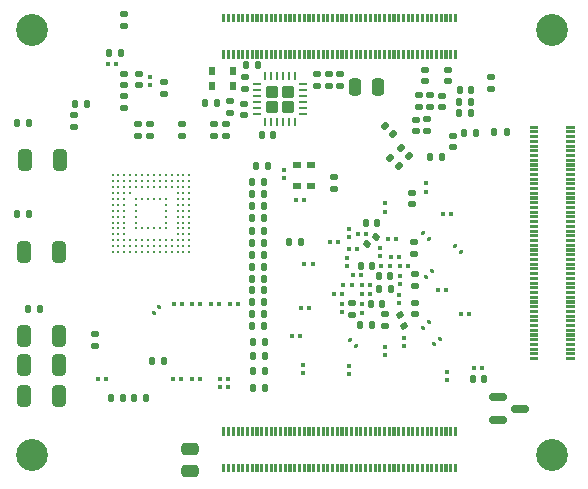
<source format=gbp>
G04 #@! TF.GenerationSoftware,KiCad,Pcbnew,9.0.0-9.0.0-2~ubuntu24.10.1*
G04 #@! TF.CreationDate,2025-04-01T16:44:13+02:00*
G04 #@! TF.ProjectId,Zynq_SoM,5a796e71-5f53-46f4-9d2e-6b696361645f,1.0*
G04 #@! TF.SameCoordinates,Original*
G04 #@! TF.FileFunction,Paste,Bot*
G04 #@! TF.FilePolarity,Positive*
%FSLAX46Y46*%
G04 Gerber Fmt 4.6, Leading zero omitted, Abs format (unit mm)*
G04 Created by KiCad (PCBNEW 9.0.0-9.0.0-2~ubuntu24.10.1) date 2025-04-01 16:44:13*
%MOMM*%
%LPD*%
G01*
G04 APERTURE LIST*
G04 Aperture macros list*
%AMRoundRect*
0 Rectangle with rounded corners*
0 $1 Rounding radius*
0 $2 $3 $4 $5 $6 $7 $8 $9 X,Y pos of 4 corners*
0 Add a 4 corners polygon primitive as box body*
4,1,4,$2,$3,$4,$5,$6,$7,$8,$9,$2,$3,0*
0 Add four circle primitives for the rounded corners*
1,1,$1+$1,$2,$3*
1,1,$1+$1,$4,$5*
1,1,$1+$1,$6,$7*
1,1,$1+$1,$8,$9*
0 Add four rect primitives between the rounded corners*
20,1,$1+$1,$2,$3,$4,$5,0*
20,1,$1+$1,$4,$5,$6,$7,0*
20,1,$1+$1,$6,$7,$8,$9,0*
20,1,$1+$1,$8,$9,$2,$3,0*%
G04 Aperture macros list end*
%ADD10C,0.010000*%
%ADD11C,2.700000*%
%ADD12RoundRect,0.135000X-0.135000X-0.185000X0.135000X-0.185000X0.135000X0.185000X-0.135000X0.185000X0*%
%ADD13RoundRect,0.079500X0.100500X-0.079500X0.100500X0.079500X-0.100500X0.079500X-0.100500X-0.079500X0*%
%ADD14RoundRect,0.079500X-0.127279X-0.014849X-0.014849X-0.127279X0.127279X0.014849X0.014849X0.127279X0*%
%ADD15RoundRect,0.135000X0.135000X0.185000X-0.135000X0.185000X-0.135000X-0.185000X0.135000X-0.185000X0*%
%ADD16RoundRect,0.079500X-0.014849X0.127279X-0.127279X0.014849X0.014849X-0.127279X0.127279X-0.014849X0*%
%ADD17RoundRect,0.079500X-0.100500X0.079500X-0.100500X-0.079500X0.100500X-0.079500X0.100500X0.079500X0*%
%ADD18RoundRect,0.079500X-0.079500X-0.100500X0.079500X-0.100500X0.079500X0.100500X-0.079500X0.100500X0*%
%ADD19RoundRect,0.140000X-0.140000X-0.170000X0.140000X-0.170000X0.140000X0.170000X-0.140000X0.170000X0*%
%ADD20RoundRect,0.150000X-0.587500X-0.150000X0.587500X-0.150000X0.587500X0.150000X-0.587500X0.150000X0*%
%ADD21RoundRect,0.250000X-0.275000X0.275000X-0.275000X-0.275000X0.275000X-0.275000X0.275000X0.275000X0*%
%ADD22RoundRect,0.056250X-0.056250X0.315000X-0.056250X-0.315000X0.056250X-0.315000X0.056250X0.315000X0*%
%ADD23RoundRect,0.056250X-0.315000X0.056250X-0.315000X-0.056250X0.315000X-0.056250X0.315000X0.056250X0*%
%ADD24RoundRect,0.140000X-0.170000X0.140000X-0.170000X-0.140000X0.170000X-0.140000X0.170000X0.140000X0*%
%ADD25RoundRect,0.140000X0.170000X-0.140000X0.170000X0.140000X-0.170000X0.140000X-0.170000X-0.140000X0*%
%ADD26RoundRect,0.135000X-0.185000X0.135000X-0.185000X-0.135000X0.185000X-0.135000X0.185000X0.135000X0*%
%ADD27RoundRect,0.147500X0.147500X0.172500X-0.147500X0.172500X-0.147500X-0.172500X0.147500X-0.172500X0*%
%ADD28RoundRect,0.250000X0.325000X0.650000X-0.325000X0.650000X-0.325000X-0.650000X0.325000X-0.650000X0*%
%ADD29RoundRect,0.140000X0.140000X0.170000X-0.140000X0.170000X-0.140000X-0.170000X0.140000X-0.170000X0*%
%ADD30RoundRect,0.147500X0.172500X-0.147500X0.172500X0.147500X-0.172500X0.147500X-0.172500X-0.147500X0*%
%ADD31RoundRect,0.079500X0.079500X0.100500X-0.079500X0.100500X-0.079500X-0.100500X0.079500X-0.100500X0*%
%ADD32RoundRect,0.135000X0.185000X-0.135000X0.185000X0.135000X-0.185000X0.135000X-0.185000X-0.135000X0*%
%ADD33RoundRect,0.250000X-0.250000X-0.475000X0.250000X-0.475000X0.250000X0.475000X-0.250000X0.475000X0*%
%ADD34RoundRect,0.250000X0.475000X-0.250000X0.475000X0.250000X-0.475000X0.250000X-0.475000X-0.250000X0*%
%ADD35RoundRect,0.147500X-0.147500X-0.172500X0.147500X-0.172500X0.147500X0.172500X-0.147500X0.172500X0*%
%ADD36RoundRect,0.135000X0.226274X0.035355X0.035355X0.226274X-0.226274X-0.035355X-0.035355X-0.226274X0*%
%ADD37C,0.230000*%
%ADD38RoundRect,0.135000X0.220016X-0.063585X0.127670X0.190132X-0.220016X0.063585X-0.127670X-0.190132X0*%
%ADD39RoundRect,0.079500X0.014849X-0.127279X0.127279X-0.014849X-0.014849X0.127279X-0.127279X0.014849X0*%
%ADD40RoundRect,0.135000X-0.226274X-0.035355X-0.035355X-0.226274X0.226274X0.035355X0.035355X0.226274X0*%
%ADD41R,0.800000X0.600000*%
%ADD42R,0.600000X0.800000*%
%ADD43RoundRect,0.140000X-0.002028X0.220218X-0.216520X0.040237X0.002028X-0.220218X0.216520X-0.040237X0*%
%ADD44RoundRect,0.147500X-0.172500X0.147500X-0.172500X-0.147500X0.172500X-0.147500X0.172500X0.147500X0*%
G04 APERTURE END LIST*
D10*
X126789500Y-93273000D02*
X126610500Y-93273000D01*
X126610500Y-92647000D01*
X126789500Y-92647000D01*
X126789500Y-93273000D01*
G36*
X126789500Y-93273000D02*
G01*
X126610500Y-93273000D01*
X126610500Y-92647000D01*
X126789500Y-92647000D01*
X126789500Y-93273000D01*
G37*
X126789500Y-96353000D02*
X126610500Y-96353000D01*
X126610500Y-95727000D01*
X126789500Y-95727000D01*
X126789500Y-96353000D01*
G36*
X126789500Y-96353000D02*
G01*
X126610500Y-96353000D01*
X126610500Y-95727000D01*
X126789500Y-95727000D01*
X126789500Y-96353000D01*
G37*
X127189500Y-93273000D02*
X127010500Y-93273000D01*
X127010500Y-92647000D01*
X127189500Y-92647000D01*
X127189500Y-93273000D01*
G36*
X127189500Y-93273000D02*
G01*
X127010500Y-93273000D01*
X127010500Y-92647000D01*
X127189500Y-92647000D01*
X127189500Y-93273000D01*
G37*
X127189500Y-96353000D02*
X127010500Y-96353000D01*
X127010500Y-95727000D01*
X127189500Y-95727000D01*
X127189500Y-96353000D01*
G36*
X127189500Y-96353000D02*
G01*
X127010500Y-96353000D01*
X127010500Y-95727000D01*
X127189500Y-95727000D01*
X127189500Y-96353000D01*
G37*
X127589500Y-93273000D02*
X127410500Y-93273000D01*
X127410500Y-92647000D01*
X127589500Y-92647000D01*
X127589500Y-93273000D01*
G36*
X127589500Y-93273000D02*
G01*
X127410500Y-93273000D01*
X127410500Y-92647000D01*
X127589500Y-92647000D01*
X127589500Y-93273000D01*
G37*
X127589500Y-96353000D02*
X127410500Y-96353000D01*
X127410500Y-95727000D01*
X127589500Y-95727000D01*
X127589500Y-96353000D01*
G36*
X127589500Y-96353000D02*
G01*
X127410500Y-96353000D01*
X127410500Y-95727000D01*
X127589500Y-95727000D01*
X127589500Y-96353000D01*
G37*
X127989500Y-93273000D02*
X127810500Y-93273000D01*
X127810500Y-92647000D01*
X127989500Y-92647000D01*
X127989500Y-93273000D01*
G36*
X127989500Y-93273000D02*
G01*
X127810500Y-93273000D01*
X127810500Y-92647000D01*
X127989500Y-92647000D01*
X127989500Y-93273000D01*
G37*
X127989500Y-96353000D02*
X127810500Y-96353000D01*
X127810500Y-95727000D01*
X127989500Y-95727000D01*
X127989500Y-96353000D01*
G36*
X127989500Y-96353000D02*
G01*
X127810500Y-96353000D01*
X127810500Y-95727000D01*
X127989500Y-95727000D01*
X127989500Y-96353000D01*
G37*
X128389500Y-93273000D02*
X128210500Y-93273000D01*
X128210500Y-92647000D01*
X128389500Y-92647000D01*
X128389500Y-93273000D01*
G36*
X128389500Y-93273000D02*
G01*
X128210500Y-93273000D01*
X128210500Y-92647000D01*
X128389500Y-92647000D01*
X128389500Y-93273000D01*
G37*
X128389500Y-96353000D02*
X128210500Y-96353000D01*
X128210500Y-95727000D01*
X128389500Y-95727000D01*
X128389500Y-96353000D01*
G36*
X128389500Y-96353000D02*
G01*
X128210500Y-96353000D01*
X128210500Y-95727000D01*
X128389500Y-95727000D01*
X128389500Y-96353000D01*
G37*
X128789500Y-93273000D02*
X128610500Y-93273000D01*
X128610500Y-92647000D01*
X128789500Y-92647000D01*
X128789500Y-93273000D01*
G36*
X128789500Y-93273000D02*
G01*
X128610500Y-93273000D01*
X128610500Y-92647000D01*
X128789500Y-92647000D01*
X128789500Y-93273000D01*
G37*
X128789500Y-96353000D02*
X128610500Y-96353000D01*
X128610500Y-95727000D01*
X128789500Y-95727000D01*
X128789500Y-96353000D01*
G36*
X128789500Y-96353000D02*
G01*
X128610500Y-96353000D01*
X128610500Y-95727000D01*
X128789500Y-95727000D01*
X128789500Y-96353000D01*
G37*
X129189500Y-93273000D02*
X129010500Y-93273000D01*
X129010500Y-92647000D01*
X129189500Y-92647000D01*
X129189500Y-93273000D01*
G36*
X129189500Y-93273000D02*
G01*
X129010500Y-93273000D01*
X129010500Y-92647000D01*
X129189500Y-92647000D01*
X129189500Y-93273000D01*
G37*
X129189500Y-96353000D02*
X129010500Y-96353000D01*
X129010500Y-95727000D01*
X129189500Y-95727000D01*
X129189500Y-96353000D01*
G36*
X129189500Y-96353000D02*
G01*
X129010500Y-96353000D01*
X129010500Y-95727000D01*
X129189500Y-95727000D01*
X129189500Y-96353000D01*
G37*
X129589500Y-93273000D02*
X129410500Y-93273000D01*
X129410500Y-92647000D01*
X129589500Y-92647000D01*
X129589500Y-93273000D01*
G36*
X129589500Y-93273000D02*
G01*
X129410500Y-93273000D01*
X129410500Y-92647000D01*
X129589500Y-92647000D01*
X129589500Y-93273000D01*
G37*
X129589500Y-96353000D02*
X129410500Y-96353000D01*
X129410500Y-95727000D01*
X129589500Y-95727000D01*
X129589500Y-96353000D01*
G36*
X129589500Y-96353000D02*
G01*
X129410500Y-96353000D01*
X129410500Y-95727000D01*
X129589500Y-95727000D01*
X129589500Y-96353000D01*
G37*
X129989500Y-93273000D02*
X129810500Y-93273000D01*
X129810500Y-92647000D01*
X129989500Y-92647000D01*
X129989500Y-93273000D01*
G36*
X129989500Y-93273000D02*
G01*
X129810500Y-93273000D01*
X129810500Y-92647000D01*
X129989500Y-92647000D01*
X129989500Y-93273000D01*
G37*
X129989500Y-96353000D02*
X129810500Y-96353000D01*
X129810500Y-95727000D01*
X129989500Y-95727000D01*
X129989500Y-96353000D01*
G36*
X129989500Y-96353000D02*
G01*
X129810500Y-96353000D01*
X129810500Y-95727000D01*
X129989500Y-95727000D01*
X129989500Y-96353000D01*
G37*
X130389500Y-93273000D02*
X130210500Y-93273000D01*
X130210500Y-92647000D01*
X130389500Y-92647000D01*
X130389500Y-93273000D01*
G36*
X130389500Y-93273000D02*
G01*
X130210500Y-93273000D01*
X130210500Y-92647000D01*
X130389500Y-92647000D01*
X130389500Y-93273000D01*
G37*
X130389500Y-96353000D02*
X130210500Y-96353000D01*
X130210500Y-95727000D01*
X130389500Y-95727000D01*
X130389500Y-96353000D01*
G36*
X130389500Y-96353000D02*
G01*
X130210500Y-96353000D01*
X130210500Y-95727000D01*
X130389500Y-95727000D01*
X130389500Y-96353000D01*
G37*
X130789500Y-93273000D02*
X130610500Y-93273000D01*
X130610500Y-92647000D01*
X130789500Y-92647000D01*
X130789500Y-93273000D01*
G36*
X130789500Y-93273000D02*
G01*
X130610500Y-93273000D01*
X130610500Y-92647000D01*
X130789500Y-92647000D01*
X130789500Y-93273000D01*
G37*
X130789500Y-96353000D02*
X130610500Y-96353000D01*
X130610500Y-95727000D01*
X130789500Y-95727000D01*
X130789500Y-96353000D01*
G36*
X130789500Y-96353000D02*
G01*
X130610500Y-96353000D01*
X130610500Y-95727000D01*
X130789500Y-95727000D01*
X130789500Y-96353000D01*
G37*
X131189500Y-93273000D02*
X131010500Y-93273000D01*
X131010500Y-92647000D01*
X131189500Y-92647000D01*
X131189500Y-93273000D01*
G36*
X131189500Y-93273000D02*
G01*
X131010500Y-93273000D01*
X131010500Y-92647000D01*
X131189500Y-92647000D01*
X131189500Y-93273000D01*
G37*
X131189500Y-96353000D02*
X131010500Y-96353000D01*
X131010500Y-95727000D01*
X131189500Y-95727000D01*
X131189500Y-96353000D01*
G36*
X131189500Y-96353000D02*
G01*
X131010500Y-96353000D01*
X131010500Y-95727000D01*
X131189500Y-95727000D01*
X131189500Y-96353000D01*
G37*
X131589500Y-93273000D02*
X131410500Y-93273000D01*
X131410500Y-92647000D01*
X131589500Y-92647000D01*
X131589500Y-93273000D01*
G36*
X131589500Y-93273000D02*
G01*
X131410500Y-93273000D01*
X131410500Y-92647000D01*
X131589500Y-92647000D01*
X131589500Y-93273000D01*
G37*
X131589500Y-96353000D02*
X131410500Y-96353000D01*
X131410500Y-95727000D01*
X131589500Y-95727000D01*
X131589500Y-96353000D01*
G36*
X131589500Y-96353000D02*
G01*
X131410500Y-96353000D01*
X131410500Y-95727000D01*
X131589500Y-95727000D01*
X131589500Y-96353000D01*
G37*
X131989500Y-93273000D02*
X131810500Y-93273000D01*
X131810500Y-92647000D01*
X131989500Y-92647000D01*
X131989500Y-93273000D01*
G36*
X131989500Y-93273000D02*
G01*
X131810500Y-93273000D01*
X131810500Y-92647000D01*
X131989500Y-92647000D01*
X131989500Y-93273000D01*
G37*
X131989500Y-96353000D02*
X131810500Y-96353000D01*
X131810500Y-95727000D01*
X131989500Y-95727000D01*
X131989500Y-96353000D01*
G36*
X131989500Y-96353000D02*
G01*
X131810500Y-96353000D01*
X131810500Y-95727000D01*
X131989500Y-95727000D01*
X131989500Y-96353000D01*
G37*
X132389500Y-93273000D02*
X132210500Y-93273000D01*
X132210500Y-92647000D01*
X132389500Y-92647000D01*
X132389500Y-93273000D01*
G36*
X132389500Y-93273000D02*
G01*
X132210500Y-93273000D01*
X132210500Y-92647000D01*
X132389500Y-92647000D01*
X132389500Y-93273000D01*
G37*
X132389500Y-96353000D02*
X132210500Y-96353000D01*
X132210500Y-95727000D01*
X132389500Y-95727000D01*
X132389500Y-96353000D01*
G36*
X132389500Y-96353000D02*
G01*
X132210500Y-96353000D01*
X132210500Y-95727000D01*
X132389500Y-95727000D01*
X132389500Y-96353000D01*
G37*
X132789500Y-93273000D02*
X132610500Y-93273000D01*
X132610500Y-92647000D01*
X132789500Y-92647000D01*
X132789500Y-93273000D01*
G36*
X132789500Y-93273000D02*
G01*
X132610500Y-93273000D01*
X132610500Y-92647000D01*
X132789500Y-92647000D01*
X132789500Y-93273000D01*
G37*
X132789500Y-96353000D02*
X132610500Y-96353000D01*
X132610500Y-95727000D01*
X132789500Y-95727000D01*
X132789500Y-96353000D01*
G36*
X132789500Y-96353000D02*
G01*
X132610500Y-96353000D01*
X132610500Y-95727000D01*
X132789500Y-95727000D01*
X132789500Y-96353000D01*
G37*
X133189500Y-93273000D02*
X133010500Y-93273000D01*
X133010500Y-92647000D01*
X133189500Y-92647000D01*
X133189500Y-93273000D01*
G36*
X133189500Y-93273000D02*
G01*
X133010500Y-93273000D01*
X133010500Y-92647000D01*
X133189500Y-92647000D01*
X133189500Y-93273000D01*
G37*
X133189500Y-96353000D02*
X133010500Y-96353000D01*
X133010500Y-95727000D01*
X133189500Y-95727000D01*
X133189500Y-96353000D01*
G36*
X133189500Y-96353000D02*
G01*
X133010500Y-96353000D01*
X133010500Y-95727000D01*
X133189500Y-95727000D01*
X133189500Y-96353000D01*
G37*
X133589500Y-93273000D02*
X133410500Y-93273000D01*
X133410500Y-92647000D01*
X133589500Y-92647000D01*
X133589500Y-93273000D01*
G36*
X133589500Y-93273000D02*
G01*
X133410500Y-93273000D01*
X133410500Y-92647000D01*
X133589500Y-92647000D01*
X133589500Y-93273000D01*
G37*
X133589500Y-96353000D02*
X133410500Y-96353000D01*
X133410500Y-95727000D01*
X133589500Y-95727000D01*
X133589500Y-96353000D01*
G36*
X133589500Y-96353000D02*
G01*
X133410500Y-96353000D01*
X133410500Y-95727000D01*
X133589500Y-95727000D01*
X133589500Y-96353000D01*
G37*
X133989500Y-93273000D02*
X133810500Y-93273000D01*
X133810500Y-92647000D01*
X133989500Y-92647000D01*
X133989500Y-93273000D01*
G36*
X133989500Y-93273000D02*
G01*
X133810500Y-93273000D01*
X133810500Y-92647000D01*
X133989500Y-92647000D01*
X133989500Y-93273000D01*
G37*
X133989500Y-96353000D02*
X133810500Y-96353000D01*
X133810500Y-95727000D01*
X133989500Y-95727000D01*
X133989500Y-96353000D01*
G36*
X133989500Y-96353000D02*
G01*
X133810500Y-96353000D01*
X133810500Y-95727000D01*
X133989500Y-95727000D01*
X133989500Y-96353000D01*
G37*
X134389500Y-93273000D02*
X134210500Y-93273000D01*
X134210500Y-92647000D01*
X134389500Y-92647000D01*
X134389500Y-93273000D01*
G36*
X134389500Y-93273000D02*
G01*
X134210500Y-93273000D01*
X134210500Y-92647000D01*
X134389500Y-92647000D01*
X134389500Y-93273000D01*
G37*
X134389500Y-96353000D02*
X134210500Y-96353000D01*
X134210500Y-95727000D01*
X134389500Y-95727000D01*
X134389500Y-96353000D01*
G36*
X134389500Y-96353000D02*
G01*
X134210500Y-96353000D01*
X134210500Y-95727000D01*
X134389500Y-95727000D01*
X134389500Y-96353000D01*
G37*
X134789500Y-93273000D02*
X134610500Y-93273000D01*
X134610500Y-92647000D01*
X134789500Y-92647000D01*
X134789500Y-93273000D01*
G36*
X134789500Y-93273000D02*
G01*
X134610500Y-93273000D01*
X134610500Y-92647000D01*
X134789500Y-92647000D01*
X134789500Y-93273000D01*
G37*
X134789500Y-96353000D02*
X134610500Y-96353000D01*
X134610500Y-95727000D01*
X134789500Y-95727000D01*
X134789500Y-96353000D01*
G36*
X134789500Y-96353000D02*
G01*
X134610500Y-96353000D01*
X134610500Y-95727000D01*
X134789500Y-95727000D01*
X134789500Y-96353000D01*
G37*
X135189500Y-93273000D02*
X135010500Y-93273000D01*
X135010500Y-92647000D01*
X135189500Y-92647000D01*
X135189500Y-93273000D01*
G36*
X135189500Y-93273000D02*
G01*
X135010500Y-93273000D01*
X135010500Y-92647000D01*
X135189500Y-92647000D01*
X135189500Y-93273000D01*
G37*
X135189500Y-96353000D02*
X135010500Y-96353000D01*
X135010500Y-95727000D01*
X135189500Y-95727000D01*
X135189500Y-96353000D01*
G36*
X135189500Y-96353000D02*
G01*
X135010500Y-96353000D01*
X135010500Y-95727000D01*
X135189500Y-95727000D01*
X135189500Y-96353000D01*
G37*
X135589500Y-93273000D02*
X135410500Y-93273000D01*
X135410500Y-92647000D01*
X135589500Y-92647000D01*
X135589500Y-93273000D01*
G36*
X135589500Y-93273000D02*
G01*
X135410500Y-93273000D01*
X135410500Y-92647000D01*
X135589500Y-92647000D01*
X135589500Y-93273000D01*
G37*
X135589500Y-96353000D02*
X135410500Y-96353000D01*
X135410500Y-95727000D01*
X135589500Y-95727000D01*
X135589500Y-96353000D01*
G36*
X135589500Y-96353000D02*
G01*
X135410500Y-96353000D01*
X135410500Y-95727000D01*
X135589500Y-95727000D01*
X135589500Y-96353000D01*
G37*
X135989500Y-93273000D02*
X135810500Y-93273000D01*
X135810500Y-92647000D01*
X135989500Y-92647000D01*
X135989500Y-93273000D01*
G36*
X135989500Y-93273000D02*
G01*
X135810500Y-93273000D01*
X135810500Y-92647000D01*
X135989500Y-92647000D01*
X135989500Y-93273000D01*
G37*
X135989500Y-96353000D02*
X135810500Y-96353000D01*
X135810500Y-95727000D01*
X135989500Y-95727000D01*
X135989500Y-96353000D01*
G36*
X135989500Y-96353000D02*
G01*
X135810500Y-96353000D01*
X135810500Y-95727000D01*
X135989500Y-95727000D01*
X135989500Y-96353000D01*
G37*
X136389500Y-93273000D02*
X136210500Y-93273000D01*
X136210500Y-92647000D01*
X136389500Y-92647000D01*
X136389500Y-93273000D01*
G36*
X136389500Y-93273000D02*
G01*
X136210500Y-93273000D01*
X136210500Y-92647000D01*
X136389500Y-92647000D01*
X136389500Y-93273000D01*
G37*
X136389500Y-96353000D02*
X136210500Y-96353000D01*
X136210500Y-95727000D01*
X136389500Y-95727000D01*
X136389500Y-96353000D01*
G36*
X136389500Y-96353000D02*
G01*
X136210500Y-96353000D01*
X136210500Y-95727000D01*
X136389500Y-95727000D01*
X136389500Y-96353000D01*
G37*
X136789500Y-93273000D02*
X136610500Y-93273000D01*
X136610500Y-92647000D01*
X136789500Y-92647000D01*
X136789500Y-93273000D01*
G36*
X136789500Y-93273000D02*
G01*
X136610500Y-93273000D01*
X136610500Y-92647000D01*
X136789500Y-92647000D01*
X136789500Y-93273000D01*
G37*
X136789500Y-96353000D02*
X136610500Y-96353000D01*
X136610500Y-95727000D01*
X136789500Y-95727000D01*
X136789500Y-96353000D01*
G36*
X136789500Y-96353000D02*
G01*
X136610500Y-96353000D01*
X136610500Y-95727000D01*
X136789500Y-95727000D01*
X136789500Y-96353000D01*
G37*
X137189500Y-93273000D02*
X137010500Y-93273000D01*
X137010500Y-92647000D01*
X137189500Y-92647000D01*
X137189500Y-93273000D01*
G36*
X137189500Y-93273000D02*
G01*
X137010500Y-93273000D01*
X137010500Y-92647000D01*
X137189500Y-92647000D01*
X137189500Y-93273000D01*
G37*
X137189500Y-96353000D02*
X137010500Y-96353000D01*
X137010500Y-95727000D01*
X137189500Y-95727000D01*
X137189500Y-96353000D01*
G36*
X137189500Y-96353000D02*
G01*
X137010500Y-96353000D01*
X137010500Y-95727000D01*
X137189500Y-95727000D01*
X137189500Y-96353000D01*
G37*
X137589500Y-93273000D02*
X137410500Y-93273000D01*
X137410500Y-92647000D01*
X137589500Y-92647000D01*
X137589500Y-93273000D01*
G36*
X137589500Y-93273000D02*
G01*
X137410500Y-93273000D01*
X137410500Y-92647000D01*
X137589500Y-92647000D01*
X137589500Y-93273000D01*
G37*
X137589500Y-96353000D02*
X137410500Y-96353000D01*
X137410500Y-95727000D01*
X137589500Y-95727000D01*
X137589500Y-96353000D01*
G36*
X137589500Y-96353000D02*
G01*
X137410500Y-96353000D01*
X137410500Y-95727000D01*
X137589500Y-95727000D01*
X137589500Y-96353000D01*
G37*
X137989500Y-93273000D02*
X137810500Y-93273000D01*
X137810500Y-92647000D01*
X137989500Y-92647000D01*
X137989500Y-93273000D01*
G36*
X137989500Y-93273000D02*
G01*
X137810500Y-93273000D01*
X137810500Y-92647000D01*
X137989500Y-92647000D01*
X137989500Y-93273000D01*
G37*
X137989500Y-96353000D02*
X137810500Y-96353000D01*
X137810500Y-95727000D01*
X137989500Y-95727000D01*
X137989500Y-96353000D01*
G36*
X137989500Y-96353000D02*
G01*
X137810500Y-96353000D01*
X137810500Y-95727000D01*
X137989500Y-95727000D01*
X137989500Y-96353000D01*
G37*
X138389500Y-93273000D02*
X138210500Y-93273000D01*
X138210500Y-92647000D01*
X138389500Y-92647000D01*
X138389500Y-93273000D01*
G36*
X138389500Y-93273000D02*
G01*
X138210500Y-93273000D01*
X138210500Y-92647000D01*
X138389500Y-92647000D01*
X138389500Y-93273000D01*
G37*
X138389500Y-96353000D02*
X138210500Y-96353000D01*
X138210500Y-95727000D01*
X138389500Y-95727000D01*
X138389500Y-96353000D01*
G36*
X138389500Y-96353000D02*
G01*
X138210500Y-96353000D01*
X138210500Y-95727000D01*
X138389500Y-95727000D01*
X138389500Y-96353000D01*
G37*
X138789500Y-93273000D02*
X138610500Y-93273000D01*
X138610500Y-92647000D01*
X138789500Y-92647000D01*
X138789500Y-93273000D01*
G36*
X138789500Y-93273000D02*
G01*
X138610500Y-93273000D01*
X138610500Y-92647000D01*
X138789500Y-92647000D01*
X138789500Y-93273000D01*
G37*
X138789500Y-96353000D02*
X138610500Y-96353000D01*
X138610500Y-95727000D01*
X138789500Y-95727000D01*
X138789500Y-96353000D01*
G36*
X138789500Y-96353000D02*
G01*
X138610500Y-96353000D01*
X138610500Y-95727000D01*
X138789500Y-95727000D01*
X138789500Y-96353000D01*
G37*
X139189500Y-93273000D02*
X139010500Y-93273000D01*
X139010500Y-92647000D01*
X139189500Y-92647000D01*
X139189500Y-93273000D01*
G36*
X139189500Y-93273000D02*
G01*
X139010500Y-93273000D01*
X139010500Y-92647000D01*
X139189500Y-92647000D01*
X139189500Y-93273000D01*
G37*
X139189500Y-96353000D02*
X139010500Y-96353000D01*
X139010500Y-95727000D01*
X139189500Y-95727000D01*
X139189500Y-96353000D01*
G36*
X139189500Y-96353000D02*
G01*
X139010500Y-96353000D01*
X139010500Y-95727000D01*
X139189500Y-95727000D01*
X139189500Y-96353000D01*
G37*
X139589500Y-93273000D02*
X139410500Y-93273000D01*
X139410500Y-92647000D01*
X139589500Y-92647000D01*
X139589500Y-93273000D01*
G36*
X139589500Y-93273000D02*
G01*
X139410500Y-93273000D01*
X139410500Y-92647000D01*
X139589500Y-92647000D01*
X139589500Y-93273000D01*
G37*
X139589500Y-96353000D02*
X139410500Y-96353000D01*
X139410500Y-95727000D01*
X139589500Y-95727000D01*
X139589500Y-96353000D01*
G36*
X139589500Y-96353000D02*
G01*
X139410500Y-96353000D01*
X139410500Y-95727000D01*
X139589500Y-95727000D01*
X139589500Y-96353000D01*
G37*
X139989500Y-93273000D02*
X139810500Y-93273000D01*
X139810500Y-92647000D01*
X139989500Y-92647000D01*
X139989500Y-93273000D01*
G36*
X139989500Y-93273000D02*
G01*
X139810500Y-93273000D01*
X139810500Y-92647000D01*
X139989500Y-92647000D01*
X139989500Y-93273000D01*
G37*
X139989500Y-96353000D02*
X139810500Y-96353000D01*
X139810500Y-95727000D01*
X139989500Y-95727000D01*
X139989500Y-96353000D01*
G36*
X139989500Y-96353000D02*
G01*
X139810500Y-96353000D01*
X139810500Y-95727000D01*
X139989500Y-95727000D01*
X139989500Y-96353000D01*
G37*
X140389500Y-93273000D02*
X140210500Y-93273000D01*
X140210500Y-92647000D01*
X140389500Y-92647000D01*
X140389500Y-93273000D01*
G36*
X140389500Y-93273000D02*
G01*
X140210500Y-93273000D01*
X140210500Y-92647000D01*
X140389500Y-92647000D01*
X140389500Y-93273000D01*
G37*
X140389500Y-96353000D02*
X140210500Y-96353000D01*
X140210500Y-95727000D01*
X140389500Y-95727000D01*
X140389500Y-96353000D01*
G36*
X140389500Y-96353000D02*
G01*
X140210500Y-96353000D01*
X140210500Y-95727000D01*
X140389500Y-95727000D01*
X140389500Y-96353000D01*
G37*
X140789500Y-93273000D02*
X140610500Y-93273000D01*
X140610500Y-92647000D01*
X140789500Y-92647000D01*
X140789500Y-93273000D01*
G36*
X140789500Y-93273000D02*
G01*
X140610500Y-93273000D01*
X140610500Y-92647000D01*
X140789500Y-92647000D01*
X140789500Y-93273000D01*
G37*
X140789500Y-96353000D02*
X140610500Y-96353000D01*
X140610500Y-95727000D01*
X140789500Y-95727000D01*
X140789500Y-96353000D01*
G36*
X140789500Y-96353000D02*
G01*
X140610500Y-96353000D01*
X140610500Y-95727000D01*
X140789500Y-95727000D01*
X140789500Y-96353000D01*
G37*
X141189500Y-93273000D02*
X141010500Y-93273000D01*
X141010500Y-92647000D01*
X141189500Y-92647000D01*
X141189500Y-93273000D01*
G36*
X141189500Y-93273000D02*
G01*
X141010500Y-93273000D01*
X141010500Y-92647000D01*
X141189500Y-92647000D01*
X141189500Y-93273000D01*
G37*
X141189500Y-96353000D02*
X141010500Y-96353000D01*
X141010500Y-95727000D01*
X141189500Y-95727000D01*
X141189500Y-96353000D01*
G36*
X141189500Y-96353000D02*
G01*
X141010500Y-96353000D01*
X141010500Y-95727000D01*
X141189500Y-95727000D01*
X141189500Y-96353000D01*
G37*
X141589500Y-93273000D02*
X141410500Y-93273000D01*
X141410500Y-92647000D01*
X141589500Y-92647000D01*
X141589500Y-93273000D01*
G36*
X141589500Y-93273000D02*
G01*
X141410500Y-93273000D01*
X141410500Y-92647000D01*
X141589500Y-92647000D01*
X141589500Y-93273000D01*
G37*
X141589500Y-96353000D02*
X141410500Y-96353000D01*
X141410500Y-95727000D01*
X141589500Y-95727000D01*
X141589500Y-96353000D01*
G36*
X141589500Y-96353000D02*
G01*
X141410500Y-96353000D01*
X141410500Y-95727000D01*
X141589500Y-95727000D01*
X141589500Y-96353000D01*
G37*
X141989500Y-93273000D02*
X141810500Y-93273000D01*
X141810500Y-92647000D01*
X141989500Y-92647000D01*
X141989500Y-93273000D01*
G36*
X141989500Y-93273000D02*
G01*
X141810500Y-93273000D01*
X141810500Y-92647000D01*
X141989500Y-92647000D01*
X141989500Y-93273000D01*
G37*
X141989500Y-96353000D02*
X141810500Y-96353000D01*
X141810500Y-95727000D01*
X141989500Y-95727000D01*
X141989500Y-96353000D01*
G36*
X141989500Y-96353000D02*
G01*
X141810500Y-96353000D01*
X141810500Y-95727000D01*
X141989500Y-95727000D01*
X141989500Y-96353000D01*
G37*
X142389500Y-93273000D02*
X142210500Y-93273000D01*
X142210500Y-92647000D01*
X142389500Y-92647000D01*
X142389500Y-93273000D01*
G36*
X142389500Y-93273000D02*
G01*
X142210500Y-93273000D01*
X142210500Y-92647000D01*
X142389500Y-92647000D01*
X142389500Y-93273000D01*
G37*
X142389500Y-96353000D02*
X142210500Y-96353000D01*
X142210500Y-95727000D01*
X142389500Y-95727000D01*
X142389500Y-96353000D01*
G36*
X142389500Y-96353000D02*
G01*
X142210500Y-96353000D01*
X142210500Y-95727000D01*
X142389500Y-95727000D01*
X142389500Y-96353000D01*
G37*
X142789500Y-93273000D02*
X142610500Y-93273000D01*
X142610500Y-92647000D01*
X142789500Y-92647000D01*
X142789500Y-93273000D01*
G36*
X142789500Y-93273000D02*
G01*
X142610500Y-93273000D01*
X142610500Y-92647000D01*
X142789500Y-92647000D01*
X142789500Y-93273000D01*
G37*
X142789500Y-96353000D02*
X142610500Y-96353000D01*
X142610500Y-95727000D01*
X142789500Y-95727000D01*
X142789500Y-96353000D01*
G36*
X142789500Y-96353000D02*
G01*
X142610500Y-96353000D01*
X142610500Y-95727000D01*
X142789500Y-95727000D01*
X142789500Y-96353000D01*
G37*
X143189500Y-93273000D02*
X143010500Y-93273000D01*
X143010500Y-92647000D01*
X143189500Y-92647000D01*
X143189500Y-93273000D01*
G36*
X143189500Y-93273000D02*
G01*
X143010500Y-93273000D01*
X143010500Y-92647000D01*
X143189500Y-92647000D01*
X143189500Y-93273000D01*
G37*
X143189500Y-96353000D02*
X143010500Y-96353000D01*
X143010500Y-95727000D01*
X143189500Y-95727000D01*
X143189500Y-96353000D01*
G36*
X143189500Y-96353000D02*
G01*
X143010500Y-96353000D01*
X143010500Y-95727000D01*
X143189500Y-95727000D01*
X143189500Y-96353000D01*
G37*
X143589500Y-93273000D02*
X143410500Y-93273000D01*
X143410500Y-92647000D01*
X143589500Y-92647000D01*
X143589500Y-93273000D01*
G36*
X143589500Y-93273000D02*
G01*
X143410500Y-93273000D01*
X143410500Y-92647000D01*
X143589500Y-92647000D01*
X143589500Y-93273000D01*
G37*
X143589500Y-96353000D02*
X143410500Y-96353000D01*
X143410500Y-95727000D01*
X143589500Y-95727000D01*
X143589500Y-96353000D01*
G36*
X143589500Y-96353000D02*
G01*
X143410500Y-96353000D01*
X143410500Y-95727000D01*
X143589500Y-95727000D01*
X143589500Y-96353000D01*
G37*
X143989500Y-93273000D02*
X143810500Y-93273000D01*
X143810500Y-92647000D01*
X143989500Y-92647000D01*
X143989500Y-93273000D01*
G36*
X143989500Y-93273000D02*
G01*
X143810500Y-93273000D01*
X143810500Y-92647000D01*
X143989500Y-92647000D01*
X143989500Y-93273000D01*
G37*
X143989500Y-96353000D02*
X143810500Y-96353000D01*
X143810500Y-95727000D01*
X143989500Y-95727000D01*
X143989500Y-96353000D01*
G36*
X143989500Y-96353000D02*
G01*
X143810500Y-96353000D01*
X143810500Y-95727000D01*
X143989500Y-95727000D01*
X143989500Y-96353000D01*
G37*
X144389500Y-93273000D02*
X144210500Y-93273000D01*
X144210500Y-92647000D01*
X144389500Y-92647000D01*
X144389500Y-93273000D01*
G36*
X144389500Y-93273000D02*
G01*
X144210500Y-93273000D01*
X144210500Y-92647000D01*
X144389500Y-92647000D01*
X144389500Y-93273000D01*
G37*
X144389500Y-96353000D02*
X144210500Y-96353000D01*
X144210500Y-95727000D01*
X144389500Y-95727000D01*
X144389500Y-96353000D01*
G36*
X144389500Y-96353000D02*
G01*
X144210500Y-96353000D01*
X144210500Y-95727000D01*
X144389500Y-95727000D01*
X144389500Y-96353000D01*
G37*
X144789500Y-93273000D02*
X144610500Y-93273000D01*
X144610500Y-92647000D01*
X144789500Y-92647000D01*
X144789500Y-93273000D01*
G36*
X144789500Y-93273000D02*
G01*
X144610500Y-93273000D01*
X144610500Y-92647000D01*
X144789500Y-92647000D01*
X144789500Y-93273000D01*
G37*
X144789500Y-96353000D02*
X144610500Y-96353000D01*
X144610500Y-95727000D01*
X144789500Y-95727000D01*
X144789500Y-96353000D01*
G36*
X144789500Y-96353000D02*
G01*
X144610500Y-96353000D01*
X144610500Y-95727000D01*
X144789500Y-95727000D01*
X144789500Y-96353000D01*
G37*
X145189500Y-93273000D02*
X145010500Y-93273000D01*
X145010500Y-92647000D01*
X145189500Y-92647000D01*
X145189500Y-93273000D01*
G36*
X145189500Y-93273000D02*
G01*
X145010500Y-93273000D01*
X145010500Y-92647000D01*
X145189500Y-92647000D01*
X145189500Y-93273000D01*
G37*
X145189500Y-96353000D02*
X145010500Y-96353000D01*
X145010500Y-95727000D01*
X145189500Y-95727000D01*
X145189500Y-96353000D01*
G36*
X145189500Y-96353000D02*
G01*
X145010500Y-96353000D01*
X145010500Y-95727000D01*
X145189500Y-95727000D01*
X145189500Y-96353000D01*
G37*
X145589500Y-93273000D02*
X145410500Y-93273000D01*
X145410500Y-92647000D01*
X145589500Y-92647000D01*
X145589500Y-93273000D01*
G36*
X145589500Y-93273000D02*
G01*
X145410500Y-93273000D01*
X145410500Y-92647000D01*
X145589500Y-92647000D01*
X145589500Y-93273000D01*
G37*
X145589500Y-96353000D02*
X145410500Y-96353000D01*
X145410500Y-95727000D01*
X145589500Y-95727000D01*
X145589500Y-96353000D01*
G36*
X145589500Y-96353000D02*
G01*
X145410500Y-96353000D01*
X145410500Y-95727000D01*
X145589500Y-95727000D01*
X145589500Y-96353000D01*
G37*
X145989500Y-93273000D02*
X145810500Y-93273000D01*
X145810500Y-92647000D01*
X145989500Y-92647000D01*
X145989500Y-93273000D01*
G36*
X145989500Y-93273000D02*
G01*
X145810500Y-93273000D01*
X145810500Y-92647000D01*
X145989500Y-92647000D01*
X145989500Y-93273000D01*
G37*
X145989500Y-96353000D02*
X145810500Y-96353000D01*
X145810500Y-95727000D01*
X145989500Y-95727000D01*
X145989500Y-96353000D01*
G36*
X145989500Y-96353000D02*
G01*
X145810500Y-96353000D01*
X145810500Y-95727000D01*
X145989500Y-95727000D01*
X145989500Y-96353000D01*
G37*
X146389500Y-93273000D02*
X146210500Y-93273000D01*
X146210500Y-92647000D01*
X146389500Y-92647000D01*
X146389500Y-93273000D01*
G36*
X146389500Y-93273000D02*
G01*
X146210500Y-93273000D01*
X146210500Y-92647000D01*
X146389500Y-92647000D01*
X146389500Y-93273000D01*
G37*
X146389500Y-96353000D02*
X146210500Y-96353000D01*
X146210500Y-95727000D01*
X146389500Y-95727000D01*
X146389500Y-96353000D01*
G36*
X146389500Y-96353000D02*
G01*
X146210500Y-96353000D01*
X146210500Y-95727000D01*
X146389500Y-95727000D01*
X146389500Y-96353000D01*
G37*
X153273000Y-102289500D02*
X152647000Y-102289500D01*
X152647000Y-102110500D01*
X153273000Y-102110500D01*
X153273000Y-102289500D01*
G36*
X153273000Y-102289500D02*
G01*
X152647000Y-102289500D01*
X152647000Y-102110500D01*
X153273000Y-102110500D01*
X153273000Y-102289500D01*
G37*
X153273000Y-102689500D02*
X152647000Y-102689500D01*
X152647000Y-102510500D01*
X153273000Y-102510500D01*
X153273000Y-102689500D01*
G36*
X153273000Y-102689500D02*
G01*
X152647000Y-102689500D01*
X152647000Y-102510500D01*
X153273000Y-102510500D01*
X153273000Y-102689500D01*
G37*
X153273000Y-103089500D02*
X152647000Y-103089500D01*
X152647000Y-102910500D01*
X153273000Y-102910500D01*
X153273000Y-103089500D01*
G36*
X153273000Y-103089500D02*
G01*
X152647000Y-103089500D01*
X152647000Y-102910500D01*
X153273000Y-102910500D01*
X153273000Y-103089500D01*
G37*
X153273000Y-103489500D02*
X152647000Y-103489500D01*
X152647000Y-103310500D01*
X153273000Y-103310500D01*
X153273000Y-103489500D01*
G36*
X153273000Y-103489500D02*
G01*
X152647000Y-103489500D01*
X152647000Y-103310500D01*
X153273000Y-103310500D01*
X153273000Y-103489500D01*
G37*
X153273000Y-103889500D02*
X152647000Y-103889500D01*
X152647000Y-103710500D01*
X153273000Y-103710500D01*
X153273000Y-103889500D01*
G36*
X153273000Y-103889500D02*
G01*
X152647000Y-103889500D01*
X152647000Y-103710500D01*
X153273000Y-103710500D01*
X153273000Y-103889500D01*
G37*
X153273000Y-104289500D02*
X152647000Y-104289500D01*
X152647000Y-104110500D01*
X153273000Y-104110500D01*
X153273000Y-104289500D01*
G36*
X153273000Y-104289500D02*
G01*
X152647000Y-104289500D01*
X152647000Y-104110500D01*
X153273000Y-104110500D01*
X153273000Y-104289500D01*
G37*
X153273000Y-104689500D02*
X152647000Y-104689500D01*
X152647000Y-104510500D01*
X153273000Y-104510500D01*
X153273000Y-104689500D01*
G36*
X153273000Y-104689500D02*
G01*
X152647000Y-104689500D01*
X152647000Y-104510500D01*
X153273000Y-104510500D01*
X153273000Y-104689500D01*
G37*
X153273000Y-105089500D02*
X152647000Y-105089500D01*
X152647000Y-104910500D01*
X153273000Y-104910500D01*
X153273000Y-105089500D01*
G36*
X153273000Y-105089500D02*
G01*
X152647000Y-105089500D01*
X152647000Y-104910500D01*
X153273000Y-104910500D01*
X153273000Y-105089500D01*
G37*
X153273000Y-105489500D02*
X152647000Y-105489500D01*
X152647000Y-105310500D01*
X153273000Y-105310500D01*
X153273000Y-105489500D01*
G36*
X153273000Y-105489500D02*
G01*
X152647000Y-105489500D01*
X152647000Y-105310500D01*
X153273000Y-105310500D01*
X153273000Y-105489500D01*
G37*
X153273000Y-105889500D02*
X152647000Y-105889500D01*
X152647000Y-105710500D01*
X153273000Y-105710500D01*
X153273000Y-105889500D01*
G36*
X153273000Y-105889500D02*
G01*
X152647000Y-105889500D01*
X152647000Y-105710500D01*
X153273000Y-105710500D01*
X153273000Y-105889500D01*
G37*
X153273000Y-106289500D02*
X152647000Y-106289500D01*
X152647000Y-106110500D01*
X153273000Y-106110500D01*
X153273000Y-106289500D01*
G36*
X153273000Y-106289500D02*
G01*
X152647000Y-106289500D01*
X152647000Y-106110500D01*
X153273000Y-106110500D01*
X153273000Y-106289500D01*
G37*
X153273000Y-106689500D02*
X152647000Y-106689500D01*
X152647000Y-106510500D01*
X153273000Y-106510500D01*
X153273000Y-106689500D01*
G36*
X153273000Y-106689500D02*
G01*
X152647000Y-106689500D01*
X152647000Y-106510500D01*
X153273000Y-106510500D01*
X153273000Y-106689500D01*
G37*
X153273000Y-107089500D02*
X152647000Y-107089500D01*
X152647000Y-106910500D01*
X153273000Y-106910500D01*
X153273000Y-107089500D01*
G36*
X153273000Y-107089500D02*
G01*
X152647000Y-107089500D01*
X152647000Y-106910500D01*
X153273000Y-106910500D01*
X153273000Y-107089500D01*
G37*
X153273000Y-107489500D02*
X152647000Y-107489500D01*
X152647000Y-107310500D01*
X153273000Y-107310500D01*
X153273000Y-107489500D01*
G36*
X153273000Y-107489500D02*
G01*
X152647000Y-107489500D01*
X152647000Y-107310500D01*
X153273000Y-107310500D01*
X153273000Y-107489500D01*
G37*
X153273000Y-107889500D02*
X152647000Y-107889500D01*
X152647000Y-107710500D01*
X153273000Y-107710500D01*
X153273000Y-107889500D01*
G36*
X153273000Y-107889500D02*
G01*
X152647000Y-107889500D01*
X152647000Y-107710500D01*
X153273000Y-107710500D01*
X153273000Y-107889500D01*
G37*
X153273000Y-108289500D02*
X152647000Y-108289500D01*
X152647000Y-108110500D01*
X153273000Y-108110500D01*
X153273000Y-108289500D01*
G36*
X153273000Y-108289500D02*
G01*
X152647000Y-108289500D01*
X152647000Y-108110500D01*
X153273000Y-108110500D01*
X153273000Y-108289500D01*
G37*
X153273000Y-108689500D02*
X152647000Y-108689500D01*
X152647000Y-108510500D01*
X153273000Y-108510500D01*
X153273000Y-108689500D01*
G36*
X153273000Y-108689500D02*
G01*
X152647000Y-108689500D01*
X152647000Y-108510500D01*
X153273000Y-108510500D01*
X153273000Y-108689500D01*
G37*
X153273000Y-109089500D02*
X152647000Y-109089500D01*
X152647000Y-108910500D01*
X153273000Y-108910500D01*
X153273000Y-109089500D01*
G36*
X153273000Y-109089500D02*
G01*
X152647000Y-109089500D01*
X152647000Y-108910500D01*
X153273000Y-108910500D01*
X153273000Y-109089500D01*
G37*
X153273000Y-109489500D02*
X152647000Y-109489500D01*
X152647000Y-109310500D01*
X153273000Y-109310500D01*
X153273000Y-109489500D01*
G36*
X153273000Y-109489500D02*
G01*
X152647000Y-109489500D01*
X152647000Y-109310500D01*
X153273000Y-109310500D01*
X153273000Y-109489500D01*
G37*
X153273000Y-109889500D02*
X152647000Y-109889500D01*
X152647000Y-109710500D01*
X153273000Y-109710500D01*
X153273000Y-109889500D01*
G36*
X153273000Y-109889500D02*
G01*
X152647000Y-109889500D01*
X152647000Y-109710500D01*
X153273000Y-109710500D01*
X153273000Y-109889500D01*
G37*
X153273000Y-110289500D02*
X152647000Y-110289500D01*
X152647000Y-110110500D01*
X153273000Y-110110500D01*
X153273000Y-110289500D01*
G36*
X153273000Y-110289500D02*
G01*
X152647000Y-110289500D01*
X152647000Y-110110500D01*
X153273000Y-110110500D01*
X153273000Y-110289500D01*
G37*
X153273000Y-110689500D02*
X152647000Y-110689500D01*
X152647000Y-110510500D01*
X153273000Y-110510500D01*
X153273000Y-110689500D01*
G36*
X153273000Y-110689500D02*
G01*
X152647000Y-110689500D01*
X152647000Y-110510500D01*
X153273000Y-110510500D01*
X153273000Y-110689500D01*
G37*
X153273000Y-111089500D02*
X152647000Y-111089500D01*
X152647000Y-110910500D01*
X153273000Y-110910500D01*
X153273000Y-111089500D01*
G36*
X153273000Y-111089500D02*
G01*
X152647000Y-111089500D01*
X152647000Y-110910500D01*
X153273000Y-110910500D01*
X153273000Y-111089500D01*
G37*
X153273000Y-111489500D02*
X152647000Y-111489500D01*
X152647000Y-111310500D01*
X153273000Y-111310500D01*
X153273000Y-111489500D01*
G36*
X153273000Y-111489500D02*
G01*
X152647000Y-111489500D01*
X152647000Y-111310500D01*
X153273000Y-111310500D01*
X153273000Y-111489500D01*
G37*
X153273000Y-111889500D02*
X152647000Y-111889500D01*
X152647000Y-111710500D01*
X153273000Y-111710500D01*
X153273000Y-111889500D01*
G36*
X153273000Y-111889500D02*
G01*
X152647000Y-111889500D01*
X152647000Y-111710500D01*
X153273000Y-111710500D01*
X153273000Y-111889500D01*
G37*
X153273000Y-112289500D02*
X152647000Y-112289500D01*
X152647000Y-112110500D01*
X153273000Y-112110500D01*
X153273000Y-112289500D01*
G36*
X153273000Y-112289500D02*
G01*
X152647000Y-112289500D01*
X152647000Y-112110500D01*
X153273000Y-112110500D01*
X153273000Y-112289500D01*
G37*
X153273000Y-112689500D02*
X152647000Y-112689500D01*
X152647000Y-112510500D01*
X153273000Y-112510500D01*
X153273000Y-112689500D01*
G36*
X153273000Y-112689500D02*
G01*
X152647000Y-112689500D01*
X152647000Y-112510500D01*
X153273000Y-112510500D01*
X153273000Y-112689500D01*
G37*
X153273000Y-113089500D02*
X152647000Y-113089500D01*
X152647000Y-112910500D01*
X153273000Y-112910500D01*
X153273000Y-113089500D01*
G36*
X153273000Y-113089500D02*
G01*
X152647000Y-113089500D01*
X152647000Y-112910500D01*
X153273000Y-112910500D01*
X153273000Y-113089500D01*
G37*
X153273000Y-113489500D02*
X152647000Y-113489500D01*
X152647000Y-113310500D01*
X153273000Y-113310500D01*
X153273000Y-113489500D01*
G36*
X153273000Y-113489500D02*
G01*
X152647000Y-113489500D01*
X152647000Y-113310500D01*
X153273000Y-113310500D01*
X153273000Y-113489500D01*
G37*
X153273000Y-113889500D02*
X152647000Y-113889500D01*
X152647000Y-113710500D01*
X153273000Y-113710500D01*
X153273000Y-113889500D01*
G36*
X153273000Y-113889500D02*
G01*
X152647000Y-113889500D01*
X152647000Y-113710500D01*
X153273000Y-113710500D01*
X153273000Y-113889500D01*
G37*
X153273000Y-114289500D02*
X152647000Y-114289500D01*
X152647000Y-114110500D01*
X153273000Y-114110500D01*
X153273000Y-114289500D01*
G36*
X153273000Y-114289500D02*
G01*
X152647000Y-114289500D01*
X152647000Y-114110500D01*
X153273000Y-114110500D01*
X153273000Y-114289500D01*
G37*
X153273000Y-114689500D02*
X152647000Y-114689500D01*
X152647000Y-114510500D01*
X153273000Y-114510500D01*
X153273000Y-114689500D01*
G36*
X153273000Y-114689500D02*
G01*
X152647000Y-114689500D01*
X152647000Y-114510500D01*
X153273000Y-114510500D01*
X153273000Y-114689500D01*
G37*
X153273000Y-115089500D02*
X152647000Y-115089500D01*
X152647000Y-114910500D01*
X153273000Y-114910500D01*
X153273000Y-115089500D01*
G36*
X153273000Y-115089500D02*
G01*
X152647000Y-115089500D01*
X152647000Y-114910500D01*
X153273000Y-114910500D01*
X153273000Y-115089500D01*
G37*
X153273000Y-115489500D02*
X152647000Y-115489500D01*
X152647000Y-115310500D01*
X153273000Y-115310500D01*
X153273000Y-115489500D01*
G36*
X153273000Y-115489500D02*
G01*
X152647000Y-115489500D01*
X152647000Y-115310500D01*
X153273000Y-115310500D01*
X153273000Y-115489500D01*
G37*
X153273000Y-115889500D02*
X152647000Y-115889500D01*
X152647000Y-115710500D01*
X153273000Y-115710500D01*
X153273000Y-115889500D01*
G36*
X153273000Y-115889500D02*
G01*
X152647000Y-115889500D01*
X152647000Y-115710500D01*
X153273000Y-115710500D01*
X153273000Y-115889500D01*
G37*
X153273000Y-116289500D02*
X152647000Y-116289500D01*
X152647000Y-116110500D01*
X153273000Y-116110500D01*
X153273000Y-116289500D01*
G36*
X153273000Y-116289500D02*
G01*
X152647000Y-116289500D01*
X152647000Y-116110500D01*
X153273000Y-116110500D01*
X153273000Y-116289500D01*
G37*
X153273000Y-116689500D02*
X152647000Y-116689500D01*
X152647000Y-116510500D01*
X153273000Y-116510500D01*
X153273000Y-116689500D01*
G36*
X153273000Y-116689500D02*
G01*
X152647000Y-116689500D01*
X152647000Y-116510500D01*
X153273000Y-116510500D01*
X153273000Y-116689500D01*
G37*
X153273000Y-117089500D02*
X152647000Y-117089500D01*
X152647000Y-116910500D01*
X153273000Y-116910500D01*
X153273000Y-117089500D01*
G36*
X153273000Y-117089500D02*
G01*
X152647000Y-117089500D01*
X152647000Y-116910500D01*
X153273000Y-116910500D01*
X153273000Y-117089500D01*
G37*
X153273000Y-117489500D02*
X152647000Y-117489500D01*
X152647000Y-117310500D01*
X153273000Y-117310500D01*
X153273000Y-117489500D01*
G36*
X153273000Y-117489500D02*
G01*
X152647000Y-117489500D01*
X152647000Y-117310500D01*
X153273000Y-117310500D01*
X153273000Y-117489500D01*
G37*
X153273000Y-117889500D02*
X152647000Y-117889500D01*
X152647000Y-117710500D01*
X153273000Y-117710500D01*
X153273000Y-117889500D01*
G36*
X153273000Y-117889500D02*
G01*
X152647000Y-117889500D01*
X152647000Y-117710500D01*
X153273000Y-117710500D01*
X153273000Y-117889500D01*
G37*
X153273000Y-118289500D02*
X152647000Y-118289500D01*
X152647000Y-118110500D01*
X153273000Y-118110500D01*
X153273000Y-118289500D01*
G36*
X153273000Y-118289500D02*
G01*
X152647000Y-118289500D01*
X152647000Y-118110500D01*
X153273000Y-118110500D01*
X153273000Y-118289500D01*
G37*
X153273000Y-118689500D02*
X152647000Y-118689500D01*
X152647000Y-118510500D01*
X153273000Y-118510500D01*
X153273000Y-118689500D01*
G36*
X153273000Y-118689500D02*
G01*
X152647000Y-118689500D01*
X152647000Y-118510500D01*
X153273000Y-118510500D01*
X153273000Y-118689500D01*
G37*
X153273000Y-119089500D02*
X152647000Y-119089500D01*
X152647000Y-118910500D01*
X153273000Y-118910500D01*
X153273000Y-119089500D01*
G36*
X153273000Y-119089500D02*
G01*
X152647000Y-119089500D01*
X152647000Y-118910500D01*
X153273000Y-118910500D01*
X153273000Y-119089500D01*
G37*
X153273000Y-119489500D02*
X152647000Y-119489500D01*
X152647000Y-119310500D01*
X153273000Y-119310500D01*
X153273000Y-119489500D01*
G36*
X153273000Y-119489500D02*
G01*
X152647000Y-119489500D01*
X152647000Y-119310500D01*
X153273000Y-119310500D01*
X153273000Y-119489500D01*
G37*
X153273000Y-119889500D02*
X152647000Y-119889500D01*
X152647000Y-119710500D01*
X153273000Y-119710500D01*
X153273000Y-119889500D01*
G36*
X153273000Y-119889500D02*
G01*
X152647000Y-119889500D01*
X152647000Y-119710500D01*
X153273000Y-119710500D01*
X153273000Y-119889500D01*
G37*
X153273000Y-120289500D02*
X152647000Y-120289500D01*
X152647000Y-120110500D01*
X153273000Y-120110500D01*
X153273000Y-120289500D01*
G36*
X153273000Y-120289500D02*
G01*
X152647000Y-120289500D01*
X152647000Y-120110500D01*
X153273000Y-120110500D01*
X153273000Y-120289500D01*
G37*
X153273000Y-120689500D02*
X152647000Y-120689500D01*
X152647000Y-120510500D01*
X153273000Y-120510500D01*
X153273000Y-120689500D01*
G36*
X153273000Y-120689500D02*
G01*
X152647000Y-120689500D01*
X152647000Y-120510500D01*
X153273000Y-120510500D01*
X153273000Y-120689500D01*
G37*
X153273000Y-121089500D02*
X152647000Y-121089500D01*
X152647000Y-120910500D01*
X153273000Y-120910500D01*
X153273000Y-121089500D01*
G36*
X153273000Y-121089500D02*
G01*
X152647000Y-121089500D01*
X152647000Y-120910500D01*
X153273000Y-120910500D01*
X153273000Y-121089500D01*
G37*
X153273000Y-121489500D02*
X152647000Y-121489500D01*
X152647000Y-121310500D01*
X153273000Y-121310500D01*
X153273000Y-121489500D01*
G36*
X153273000Y-121489500D02*
G01*
X152647000Y-121489500D01*
X152647000Y-121310500D01*
X153273000Y-121310500D01*
X153273000Y-121489500D01*
G37*
X153273000Y-121889500D02*
X152647000Y-121889500D01*
X152647000Y-121710500D01*
X153273000Y-121710500D01*
X153273000Y-121889500D01*
G36*
X153273000Y-121889500D02*
G01*
X152647000Y-121889500D01*
X152647000Y-121710500D01*
X153273000Y-121710500D01*
X153273000Y-121889500D01*
G37*
X156353000Y-102289500D02*
X155727000Y-102289500D01*
X155727000Y-102110500D01*
X156353000Y-102110500D01*
X156353000Y-102289500D01*
G36*
X156353000Y-102289500D02*
G01*
X155727000Y-102289500D01*
X155727000Y-102110500D01*
X156353000Y-102110500D01*
X156353000Y-102289500D01*
G37*
X156353000Y-102689500D02*
X155727000Y-102689500D01*
X155727000Y-102510500D01*
X156353000Y-102510500D01*
X156353000Y-102689500D01*
G36*
X156353000Y-102689500D02*
G01*
X155727000Y-102689500D01*
X155727000Y-102510500D01*
X156353000Y-102510500D01*
X156353000Y-102689500D01*
G37*
X156353000Y-103089500D02*
X155727000Y-103089500D01*
X155727000Y-102910500D01*
X156353000Y-102910500D01*
X156353000Y-103089500D01*
G36*
X156353000Y-103089500D02*
G01*
X155727000Y-103089500D01*
X155727000Y-102910500D01*
X156353000Y-102910500D01*
X156353000Y-103089500D01*
G37*
X156353000Y-103489500D02*
X155727000Y-103489500D01*
X155727000Y-103310500D01*
X156353000Y-103310500D01*
X156353000Y-103489500D01*
G36*
X156353000Y-103489500D02*
G01*
X155727000Y-103489500D01*
X155727000Y-103310500D01*
X156353000Y-103310500D01*
X156353000Y-103489500D01*
G37*
X156353000Y-103889500D02*
X155727000Y-103889500D01*
X155727000Y-103710500D01*
X156353000Y-103710500D01*
X156353000Y-103889500D01*
G36*
X156353000Y-103889500D02*
G01*
X155727000Y-103889500D01*
X155727000Y-103710500D01*
X156353000Y-103710500D01*
X156353000Y-103889500D01*
G37*
X156353000Y-104289500D02*
X155727000Y-104289500D01*
X155727000Y-104110500D01*
X156353000Y-104110500D01*
X156353000Y-104289500D01*
G36*
X156353000Y-104289500D02*
G01*
X155727000Y-104289500D01*
X155727000Y-104110500D01*
X156353000Y-104110500D01*
X156353000Y-104289500D01*
G37*
X156353000Y-104689500D02*
X155727000Y-104689500D01*
X155727000Y-104510500D01*
X156353000Y-104510500D01*
X156353000Y-104689500D01*
G36*
X156353000Y-104689500D02*
G01*
X155727000Y-104689500D01*
X155727000Y-104510500D01*
X156353000Y-104510500D01*
X156353000Y-104689500D01*
G37*
X156353000Y-105089500D02*
X155727000Y-105089500D01*
X155727000Y-104910500D01*
X156353000Y-104910500D01*
X156353000Y-105089500D01*
G36*
X156353000Y-105089500D02*
G01*
X155727000Y-105089500D01*
X155727000Y-104910500D01*
X156353000Y-104910500D01*
X156353000Y-105089500D01*
G37*
X156353000Y-105489500D02*
X155727000Y-105489500D01*
X155727000Y-105310500D01*
X156353000Y-105310500D01*
X156353000Y-105489500D01*
G36*
X156353000Y-105489500D02*
G01*
X155727000Y-105489500D01*
X155727000Y-105310500D01*
X156353000Y-105310500D01*
X156353000Y-105489500D01*
G37*
X156353000Y-105889500D02*
X155727000Y-105889500D01*
X155727000Y-105710500D01*
X156353000Y-105710500D01*
X156353000Y-105889500D01*
G36*
X156353000Y-105889500D02*
G01*
X155727000Y-105889500D01*
X155727000Y-105710500D01*
X156353000Y-105710500D01*
X156353000Y-105889500D01*
G37*
X156353000Y-106289500D02*
X155727000Y-106289500D01*
X155727000Y-106110500D01*
X156353000Y-106110500D01*
X156353000Y-106289500D01*
G36*
X156353000Y-106289500D02*
G01*
X155727000Y-106289500D01*
X155727000Y-106110500D01*
X156353000Y-106110500D01*
X156353000Y-106289500D01*
G37*
X156353000Y-106689500D02*
X155727000Y-106689500D01*
X155727000Y-106510500D01*
X156353000Y-106510500D01*
X156353000Y-106689500D01*
G36*
X156353000Y-106689500D02*
G01*
X155727000Y-106689500D01*
X155727000Y-106510500D01*
X156353000Y-106510500D01*
X156353000Y-106689500D01*
G37*
X156353000Y-107089500D02*
X155727000Y-107089500D01*
X155727000Y-106910500D01*
X156353000Y-106910500D01*
X156353000Y-107089500D01*
G36*
X156353000Y-107089500D02*
G01*
X155727000Y-107089500D01*
X155727000Y-106910500D01*
X156353000Y-106910500D01*
X156353000Y-107089500D01*
G37*
X156353000Y-107489500D02*
X155727000Y-107489500D01*
X155727000Y-107310500D01*
X156353000Y-107310500D01*
X156353000Y-107489500D01*
G36*
X156353000Y-107489500D02*
G01*
X155727000Y-107489500D01*
X155727000Y-107310500D01*
X156353000Y-107310500D01*
X156353000Y-107489500D01*
G37*
X156353000Y-107889500D02*
X155727000Y-107889500D01*
X155727000Y-107710500D01*
X156353000Y-107710500D01*
X156353000Y-107889500D01*
G36*
X156353000Y-107889500D02*
G01*
X155727000Y-107889500D01*
X155727000Y-107710500D01*
X156353000Y-107710500D01*
X156353000Y-107889500D01*
G37*
X156353000Y-108289500D02*
X155727000Y-108289500D01*
X155727000Y-108110500D01*
X156353000Y-108110500D01*
X156353000Y-108289500D01*
G36*
X156353000Y-108289500D02*
G01*
X155727000Y-108289500D01*
X155727000Y-108110500D01*
X156353000Y-108110500D01*
X156353000Y-108289500D01*
G37*
X156353000Y-108689500D02*
X155727000Y-108689500D01*
X155727000Y-108510500D01*
X156353000Y-108510500D01*
X156353000Y-108689500D01*
G36*
X156353000Y-108689500D02*
G01*
X155727000Y-108689500D01*
X155727000Y-108510500D01*
X156353000Y-108510500D01*
X156353000Y-108689500D01*
G37*
X156353000Y-109089500D02*
X155727000Y-109089500D01*
X155727000Y-108910500D01*
X156353000Y-108910500D01*
X156353000Y-109089500D01*
G36*
X156353000Y-109089500D02*
G01*
X155727000Y-109089500D01*
X155727000Y-108910500D01*
X156353000Y-108910500D01*
X156353000Y-109089500D01*
G37*
X156353000Y-109489500D02*
X155727000Y-109489500D01*
X155727000Y-109310500D01*
X156353000Y-109310500D01*
X156353000Y-109489500D01*
G36*
X156353000Y-109489500D02*
G01*
X155727000Y-109489500D01*
X155727000Y-109310500D01*
X156353000Y-109310500D01*
X156353000Y-109489500D01*
G37*
X156353000Y-109889500D02*
X155727000Y-109889500D01*
X155727000Y-109710500D01*
X156353000Y-109710500D01*
X156353000Y-109889500D01*
G36*
X156353000Y-109889500D02*
G01*
X155727000Y-109889500D01*
X155727000Y-109710500D01*
X156353000Y-109710500D01*
X156353000Y-109889500D01*
G37*
X156353000Y-110289500D02*
X155727000Y-110289500D01*
X155727000Y-110110500D01*
X156353000Y-110110500D01*
X156353000Y-110289500D01*
G36*
X156353000Y-110289500D02*
G01*
X155727000Y-110289500D01*
X155727000Y-110110500D01*
X156353000Y-110110500D01*
X156353000Y-110289500D01*
G37*
X156353000Y-110689500D02*
X155727000Y-110689500D01*
X155727000Y-110510500D01*
X156353000Y-110510500D01*
X156353000Y-110689500D01*
G36*
X156353000Y-110689500D02*
G01*
X155727000Y-110689500D01*
X155727000Y-110510500D01*
X156353000Y-110510500D01*
X156353000Y-110689500D01*
G37*
X156353000Y-111089500D02*
X155727000Y-111089500D01*
X155727000Y-110910500D01*
X156353000Y-110910500D01*
X156353000Y-111089500D01*
G36*
X156353000Y-111089500D02*
G01*
X155727000Y-111089500D01*
X155727000Y-110910500D01*
X156353000Y-110910500D01*
X156353000Y-111089500D01*
G37*
X156353000Y-111489500D02*
X155727000Y-111489500D01*
X155727000Y-111310500D01*
X156353000Y-111310500D01*
X156353000Y-111489500D01*
G36*
X156353000Y-111489500D02*
G01*
X155727000Y-111489500D01*
X155727000Y-111310500D01*
X156353000Y-111310500D01*
X156353000Y-111489500D01*
G37*
X156353000Y-111889500D02*
X155727000Y-111889500D01*
X155727000Y-111710500D01*
X156353000Y-111710500D01*
X156353000Y-111889500D01*
G36*
X156353000Y-111889500D02*
G01*
X155727000Y-111889500D01*
X155727000Y-111710500D01*
X156353000Y-111710500D01*
X156353000Y-111889500D01*
G37*
X156353000Y-112289500D02*
X155727000Y-112289500D01*
X155727000Y-112110500D01*
X156353000Y-112110500D01*
X156353000Y-112289500D01*
G36*
X156353000Y-112289500D02*
G01*
X155727000Y-112289500D01*
X155727000Y-112110500D01*
X156353000Y-112110500D01*
X156353000Y-112289500D01*
G37*
X156353000Y-112689500D02*
X155727000Y-112689500D01*
X155727000Y-112510500D01*
X156353000Y-112510500D01*
X156353000Y-112689500D01*
G36*
X156353000Y-112689500D02*
G01*
X155727000Y-112689500D01*
X155727000Y-112510500D01*
X156353000Y-112510500D01*
X156353000Y-112689500D01*
G37*
X156353000Y-113089500D02*
X155727000Y-113089500D01*
X155727000Y-112910500D01*
X156353000Y-112910500D01*
X156353000Y-113089500D01*
G36*
X156353000Y-113089500D02*
G01*
X155727000Y-113089500D01*
X155727000Y-112910500D01*
X156353000Y-112910500D01*
X156353000Y-113089500D01*
G37*
X156353000Y-113489500D02*
X155727000Y-113489500D01*
X155727000Y-113310500D01*
X156353000Y-113310500D01*
X156353000Y-113489500D01*
G36*
X156353000Y-113489500D02*
G01*
X155727000Y-113489500D01*
X155727000Y-113310500D01*
X156353000Y-113310500D01*
X156353000Y-113489500D01*
G37*
X156353000Y-113889500D02*
X155727000Y-113889500D01*
X155727000Y-113710500D01*
X156353000Y-113710500D01*
X156353000Y-113889500D01*
G36*
X156353000Y-113889500D02*
G01*
X155727000Y-113889500D01*
X155727000Y-113710500D01*
X156353000Y-113710500D01*
X156353000Y-113889500D01*
G37*
X156353000Y-114289500D02*
X155727000Y-114289500D01*
X155727000Y-114110500D01*
X156353000Y-114110500D01*
X156353000Y-114289500D01*
G36*
X156353000Y-114289500D02*
G01*
X155727000Y-114289500D01*
X155727000Y-114110500D01*
X156353000Y-114110500D01*
X156353000Y-114289500D01*
G37*
X156353000Y-114689500D02*
X155727000Y-114689500D01*
X155727000Y-114510500D01*
X156353000Y-114510500D01*
X156353000Y-114689500D01*
G36*
X156353000Y-114689500D02*
G01*
X155727000Y-114689500D01*
X155727000Y-114510500D01*
X156353000Y-114510500D01*
X156353000Y-114689500D01*
G37*
X156353000Y-115089500D02*
X155727000Y-115089500D01*
X155727000Y-114910500D01*
X156353000Y-114910500D01*
X156353000Y-115089500D01*
G36*
X156353000Y-115089500D02*
G01*
X155727000Y-115089500D01*
X155727000Y-114910500D01*
X156353000Y-114910500D01*
X156353000Y-115089500D01*
G37*
X156353000Y-115489500D02*
X155727000Y-115489500D01*
X155727000Y-115310500D01*
X156353000Y-115310500D01*
X156353000Y-115489500D01*
G36*
X156353000Y-115489500D02*
G01*
X155727000Y-115489500D01*
X155727000Y-115310500D01*
X156353000Y-115310500D01*
X156353000Y-115489500D01*
G37*
X156353000Y-115889500D02*
X155727000Y-115889500D01*
X155727000Y-115710500D01*
X156353000Y-115710500D01*
X156353000Y-115889500D01*
G36*
X156353000Y-115889500D02*
G01*
X155727000Y-115889500D01*
X155727000Y-115710500D01*
X156353000Y-115710500D01*
X156353000Y-115889500D01*
G37*
X156353000Y-116289500D02*
X155727000Y-116289500D01*
X155727000Y-116110500D01*
X156353000Y-116110500D01*
X156353000Y-116289500D01*
G36*
X156353000Y-116289500D02*
G01*
X155727000Y-116289500D01*
X155727000Y-116110500D01*
X156353000Y-116110500D01*
X156353000Y-116289500D01*
G37*
X156353000Y-116689500D02*
X155727000Y-116689500D01*
X155727000Y-116510500D01*
X156353000Y-116510500D01*
X156353000Y-116689500D01*
G36*
X156353000Y-116689500D02*
G01*
X155727000Y-116689500D01*
X155727000Y-116510500D01*
X156353000Y-116510500D01*
X156353000Y-116689500D01*
G37*
X156353000Y-117089500D02*
X155727000Y-117089500D01*
X155727000Y-116910500D01*
X156353000Y-116910500D01*
X156353000Y-117089500D01*
G36*
X156353000Y-117089500D02*
G01*
X155727000Y-117089500D01*
X155727000Y-116910500D01*
X156353000Y-116910500D01*
X156353000Y-117089500D01*
G37*
X156353000Y-117489500D02*
X155727000Y-117489500D01*
X155727000Y-117310500D01*
X156353000Y-117310500D01*
X156353000Y-117489500D01*
G36*
X156353000Y-117489500D02*
G01*
X155727000Y-117489500D01*
X155727000Y-117310500D01*
X156353000Y-117310500D01*
X156353000Y-117489500D01*
G37*
X156353000Y-117889500D02*
X155727000Y-117889500D01*
X155727000Y-117710500D01*
X156353000Y-117710500D01*
X156353000Y-117889500D01*
G36*
X156353000Y-117889500D02*
G01*
X155727000Y-117889500D01*
X155727000Y-117710500D01*
X156353000Y-117710500D01*
X156353000Y-117889500D01*
G37*
X156353000Y-118289500D02*
X155727000Y-118289500D01*
X155727000Y-118110500D01*
X156353000Y-118110500D01*
X156353000Y-118289500D01*
G36*
X156353000Y-118289500D02*
G01*
X155727000Y-118289500D01*
X155727000Y-118110500D01*
X156353000Y-118110500D01*
X156353000Y-118289500D01*
G37*
X156353000Y-118689500D02*
X155727000Y-118689500D01*
X155727000Y-118510500D01*
X156353000Y-118510500D01*
X156353000Y-118689500D01*
G36*
X156353000Y-118689500D02*
G01*
X155727000Y-118689500D01*
X155727000Y-118510500D01*
X156353000Y-118510500D01*
X156353000Y-118689500D01*
G37*
X156353000Y-119089500D02*
X155727000Y-119089500D01*
X155727000Y-118910500D01*
X156353000Y-118910500D01*
X156353000Y-119089500D01*
G36*
X156353000Y-119089500D02*
G01*
X155727000Y-119089500D01*
X155727000Y-118910500D01*
X156353000Y-118910500D01*
X156353000Y-119089500D01*
G37*
X156353000Y-119489500D02*
X155727000Y-119489500D01*
X155727000Y-119310500D01*
X156353000Y-119310500D01*
X156353000Y-119489500D01*
G36*
X156353000Y-119489500D02*
G01*
X155727000Y-119489500D01*
X155727000Y-119310500D01*
X156353000Y-119310500D01*
X156353000Y-119489500D01*
G37*
X156353000Y-119889500D02*
X155727000Y-119889500D01*
X155727000Y-119710500D01*
X156353000Y-119710500D01*
X156353000Y-119889500D01*
G36*
X156353000Y-119889500D02*
G01*
X155727000Y-119889500D01*
X155727000Y-119710500D01*
X156353000Y-119710500D01*
X156353000Y-119889500D01*
G37*
X156353000Y-120289500D02*
X155727000Y-120289500D01*
X155727000Y-120110500D01*
X156353000Y-120110500D01*
X156353000Y-120289500D01*
G36*
X156353000Y-120289500D02*
G01*
X155727000Y-120289500D01*
X155727000Y-120110500D01*
X156353000Y-120110500D01*
X156353000Y-120289500D01*
G37*
X156353000Y-120689500D02*
X155727000Y-120689500D01*
X155727000Y-120510500D01*
X156353000Y-120510500D01*
X156353000Y-120689500D01*
G36*
X156353000Y-120689500D02*
G01*
X155727000Y-120689500D01*
X155727000Y-120510500D01*
X156353000Y-120510500D01*
X156353000Y-120689500D01*
G37*
X156353000Y-121089500D02*
X155727000Y-121089500D01*
X155727000Y-120910500D01*
X156353000Y-120910500D01*
X156353000Y-121089500D01*
G36*
X156353000Y-121089500D02*
G01*
X155727000Y-121089500D01*
X155727000Y-120910500D01*
X156353000Y-120910500D01*
X156353000Y-121089500D01*
G37*
X156353000Y-121489500D02*
X155727000Y-121489500D01*
X155727000Y-121310500D01*
X156353000Y-121310500D01*
X156353000Y-121489500D01*
G36*
X156353000Y-121489500D02*
G01*
X155727000Y-121489500D01*
X155727000Y-121310500D01*
X156353000Y-121310500D01*
X156353000Y-121489500D01*
G37*
X156353000Y-121889500D02*
X155727000Y-121889500D01*
X155727000Y-121710500D01*
X156353000Y-121710500D01*
X156353000Y-121889500D01*
G36*
X156353000Y-121889500D02*
G01*
X155727000Y-121889500D01*
X155727000Y-121710500D01*
X156353000Y-121710500D01*
X156353000Y-121889500D01*
G37*
X126789500Y-128273000D02*
X126610500Y-128273000D01*
X126610500Y-127647000D01*
X126789500Y-127647000D01*
X126789500Y-128273000D01*
G36*
X126789500Y-128273000D02*
G01*
X126610500Y-128273000D01*
X126610500Y-127647000D01*
X126789500Y-127647000D01*
X126789500Y-128273000D01*
G37*
X126789500Y-131353000D02*
X126610500Y-131353000D01*
X126610500Y-130727000D01*
X126789500Y-130727000D01*
X126789500Y-131353000D01*
G36*
X126789500Y-131353000D02*
G01*
X126610500Y-131353000D01*
X126610500Y-130727000D01*
X126789500Y-130727000D01*
X126789500Y-131353000D01*
G37*
X127189500Y-128273000D02*
X127010500Y-128273000D01*
X127010500Y-127647000D01*
X127189500Y-127647000D01*
X127189500Y-128273000D01*
G36*
X127189500Y-128273000D02*
G01*
X127010500Y-128273000D01*
X127010500Y-127647000D01*
X127189500Y-127647000D01*
X127189500Y-128273000D01*
G37*
X127189500Y-131353000D02*
X127010500Y-131353000D01*
X127010500Y-130727000D01*
X127189500Y-130727000D01*
X127189500Y-131353000D01*
G36*
X127189500Y-131353000D02*
G01*
X127010500Y-131353000D01*
X127010500Y-130727000D01*
X127189500Y-130727000D01*
X127189500Y-131353000D01*
G37*
X127589500Y-128273000D02*
X127410500Y-128273000D01*
X127410500Y-127647000D01*
X127589500Y-127647000D01*
X127589500Y-128273000D01*
G36*
X127589500Y-128273000D02*
G01*
X127410500Y-128273000D01*
X127410500Y-127647000D01*
X127589500Y-127647000D01*
X127589500Y-128273000D01*
G37*
X127589500Y-131353000D02*
X127410500Y-131353000D01*
X127410500Y-130727000D01*
X127589500Y-130727000D01*
X127589500Y-131353000D01*
G36*
X127589500Y-131353000D02*
G01*
X127410500Y-131353000D01*
X127410500Y-130727000D01*
X127589500Y-130727000D01*
X127589500Y-131353000D01*
G37*
X127989500Y-128273000D02*
X127810500Y-128273000D01*
X127810500Y-127647000D01*
X127989500Y-127647000D01*
X127989500Y-128273000D01*
G36*
X127989500Y-128273000D02*
G01*
X127810500Y-128273000D01*
X127810500Y-127647000D01*
X127989500Y-127647000D01*
X127989500Y-128273000D01*
G37*
X127989500Y-131353000D02*
X127810500Y-131353000D01*
X127810500Y-130727000D01*
X127989500Y-130727000D01*
X127989500Y-131353000D01*
G36*
X127989500Y-131353000D02*
G01*
X127810500Y-131353000D01*
X127810500Y-130727000D01*
X127989500Y-130727000D01*
X127989500Y-131353000D01*
G37*
X128389500Y-128273000D02*
X128210500Y-128273000D01*
X128210500Y-127647000D01*
X128389500Y-127647000D01*
X128389500Y-128273000D01*
G36*
X128389500Y-128273000D02*
G01*
X128210500Y-128273000D01*
X128210500Y-127647000D01*
X128389500Y-127647000D01*
X128389500Y-128273000D01*
G37*
X128389500Y-131353000D02*
X128210500Y-131353000D01*
X128210500Y-130727000D01*
X128389500Y-130727000D01*
X128389500Y-131353000D01*
G36*
X128389500Y-131353000D02*
G01*
X128210500Y-131353000D01*
X128210500Y-130727000D01*
X128389500Y-130727000D01*
X128389500Y-131353000D01*
G37*
X128789500Y-128273000D02*
X128610500Y-128273000D01*
X128610500Y-127647000D01*
X128789500Y-127647000D01*
X128789500Y-128273000D01*
G36*
X128789500Y-128273000D02*
G01*
X128610500Y-128273000D01*
X128610500Y-127647000D01*
X128789500Y-127647000D01*
X128789500Y-128273000D01*
G37*
X128789500Y-131353000D02*
X128610500Y-131353000D01*
X128610500Y-130727000D01*
X128789500Y-130727000D01*
X128789500Y-131353000D01*
G36*
X128789500Y-131353000D02*
G01*
X128610500Y-131353000D01*
X128610500Y-130727000D01*
X128789500Y-130727000D01*
X128789500Y-131353000D01*
G37*
X129189500Y-128273000D02*
X129010500Y-128273000D01*
X129010500Y-127647000D01*
X129189500Y-127647000D01*
X129189500Y-128273000D01*
G36*
X129189500Y-128273000D02*
G01*
X129010500Y-128273000D01*
X129010500Y-127647000D01*
X129189500Y-127647000D01*
X129189500Y-128273000D01*
G37*
X129189500Y-131353000D02*
X129010500Y-131353000D01*
X129010500Y-130727000D01*
X129189500Y-130727000D01*
X129189500Y-131353000D01*
G36*
X129189500Y-131353000D02*
G01*
X129010500Y-131353000D01*
X129010500Y-130727000D01*
X129189500Y-130727000D01*
X129189500Y-131353000D01*
G37*
X129589500Y-128273000D02*
X129410500Y-128273000D01*
X129410500Y-127647000D01*
X129589500Y-127647000D01*
X129589500Y-128273000D01*
G36*
X129589500Y-128273000D02*
G01*
X129410500Y-128273000D01*
X129410500Y-127647000D01*
X129589500Y-127647000D01*
X129589500Y-128273000D01*
G37*
X129589500Y-131353000D02*
X129410500Y-131353000D01*
X129410500Y-130727000D01*
X129589500Y-130727000D01*
X129589500Y-131353000D01*
G36*
X129589500Y-131353000D02*
G01*
X129410500Y-131353000D01*
X129410500Y-130727000D01*
X129589500Y-130727000D01*
X129589500Y-131353000D01*
G37*
X129989500Y-128273000D02*
X129810500Y-128273000D01*
X129810500Y-127647000D01*
X129989500Y-127647000D01*
X129989500Y-128273000D01*
G36*
X129989500Y-128273000D02*
G01*
X129810500Y-128273000D01*
X129810500Y-127647000D01*
X129989500Y-127647000D01*
X129989500Y-128273000D01*
G37*
X129989500Y-131353000D02*
X129810500Y-131353000D01*
X129810500Y-130727000D01*
X129989500Y-130727000D01*
X129989500Y-131353000D01*
G36*
X129989500Y-131353000D02*
G01*
X129810500Y-131353000D01*
X129810500Y-130727000D01*
X129989500Y-130727000D01*
X129989500Y-131353000D01*
G37*
X130389500Y-128273000D02*
X130210500Y-128273000D01*
X130210500Y-127647000D01*
X130389500Y-127647000D01*
X130389500Y-128273000D01*
G36*
X130389500Y-128273000D02*
G01*
X130210500Y-128273000D01*
X130210500Y-127647000D01*
X130389500Y-127647000D01*
X130389500Y-128273000D01*
G37*
X130389500Y-131353000D02*
X130210500Y-131353000D01*
X130210500Y-130727000D01*
X130389500Y-130727000D01*
X130389500Y-131353000D01*
G36*
X130389500Y-131353000D02*
G01*
X130210500Y-131353000D01*
X130210500Y-130727000D01*
X130389500Y-130727000D01*
X130389500Y-131353000D01*
G37*
X130789500Y-128273000D02*
X130610500Y-128273000D01*
X130610500Y-127647000D01*
X130789500Y-127647000D01*
X130789500Y-128273000D01*
G36*
X130789500Y-128273000D02*
G01*
X130610500Y-128273000D01*
X130610500Y-127647000D01*
X130789500Y-127647000D01*
X130789500Y-128273000D01*
G37*
X130789500Y-131353000D02*
X130610500Y-131353000D01*
X130610500Y-130727000D01*
X130789500Y-130727000D01*
X130789500Y-131353000D01*
G36*
X130789500Y-131353000D02*
G01*
X130610500Y-131353000D01*
X130610500Y-130727000D01*
X130789500Y-130727000D01*
X130789500Y-131353000D01*
G37*
X131189500Y-128273000D02*
X131010500Y-128273000D01*
X131010500Y-127647000D01*
X131189500Y-127647000D01*
X131189500Y-128273000D01*
G36*
X131189500Y-128273000D02*
G01*
X131010500Y-128273000D01*
X131010500Y-127647000D01*
X131189500Y-127647000D01*
X131189500Y-128273000D01*
G37*
X131189500Y-131353000D02*
X131010500Y-131353000D01*
X131010500Y-130727000D01*
X131189500Y-130727000D01*
X131189500Y-131353000D01*
G36*
X131189500Y-131353000D02*
G01*
X131010500Y-131353000D01*
X131010500Y-130727000D01*
X131189500Y-130727000D01*
X131189500Y-131353000D01*
G37*
X131589500Y-128273000D02*
X131410500Y-128273000D01*
X131410500Y-127647000D01*
X131589500Y-127647000D01*
X131589500Y-128273000D01*
G36*
X131589500Y-128273000D02*
G01*
X131410500Y-128273000D01*
X131410500Y-127647000D01*
X131589500Y-127647000D01*
X131589500Y-128273000D01*
G37*
X131589500Y-131353000D02*
X131410500Y-131353000D01*
X131410500Y-130727000D01*
X131589500Y-130727000D01*
X131589500Y-131353000D01*
G36*
X131589500Y-131353000D02*
G01*
X131410500Y-131353000D01*
X131410500Y-130727000D01*
X131589500Y-130727000D01*
X131589500Y-131353000D01*
G37*
X131989500Y-128273000D02*
X131810500Y-128273000D01*
X131810500Y-127647000D01*
X131989500Y-127647000D01*
X131989500Y-128273000D01*
G36*
X131989500Y-128273000D02*
G01*
X131810500Y-128273000D01*
X131810500Y-127647000D01*
X131989500Y-127647000D01*
X131989500Y-128273000D01*
G37*
X131989500Y-131353000D02*
X131810500Y-131353000D01*
X131810500Y-130727000D01*
X131989500Y-130727000D01*
X131989500Y-131353000D01*
G36*
X131989500Y-131353000D02*
G01*
X131810500Y-131353000D01*
X131810500Y-130727000D01*
X131989500Y-130727000D01*
X131989500Y-131353000D01*
G37*
X132389500Y-128273000D02*
X132210500Y-128273000D01*
X132210500Y-127647000D01*
X132389500Y-127647000D01*
X132389500Y-128273000D01*
G36*
X132389500Y-128273000D02*
G01*
X132210500Y-128273000D01*
X132210500Y-127647000D01*
X132389500Y-127647000D01*
X132389500Y-128273000D01*
G37*
X132389500Y-131353000D02*
X132210500Y-131353000D01*
X132210500Y-130727000D01*
X132389500Y-130727000D01*
X132389500Y-131353000D01*
G36*
X132389500Y-131353000D02*
G01*
X132210500Y-131353000D01*
X132210500Y-130727000D01*
X132389500Y-130727000D01*
X132389500Y-131353000D01*
G37*
X132789500Y-128273000D02*
X132610500Y-128273000D01*
X132610500Y-127647000D01*
X132789500Y-127647000D01*
X132789500Y-128273000D01*
G36*
X132789500Y-128273000D02*
G01*
X132610500Y-128273000D01*
X132610500Y-127647000D01*
X132789500Y-127647000D01*
X132789500Y-128273000D01*
G37*
X132789500Y-131353000D02*
X132610500Y-131353000D01*
X132610500Y-130727000D01*
X132789500Y-130727000D01*
X132789500Y-131353000D01*
G36*
X132789500Y-131353000D02*
G01*
X132610500Y-131353000D01*
X132610500Y-130727000D01*
X132789500Y-130727000D01*
X132789500Y-131353000D01*
G37*
X133189500Y-128273000D02*
X133010500Y-128273000D01*
X133010500Y-127647000D01*
X133189500Y-127647000D01*
X133189500Y-128273000D01*
G36*
X133189500Y-128273000D02*
G01*
X133010500Y-128273000D01*
X133010500Y-127647000D01*
X133189500Y-127647000D01*
X133189500Y-128273000D01*
G37*
X133189500Y-131353000D02*
X133010500Y-131353000D01*
X133010500Y-130727000D01*
X133189500Y-130727000D01*
X133189500Y-131353000D01*
G36*
X133189500Y-131353000D02*
G01*
X133010500Y-131353000D01*
X133010500Y-130727000D01*
X133189500Y-130727000D01*
X133189500Y-131353000D01*
G37*
X133589500Y-128273000D02*
X133410500Y-128273000D01*
X133410500Y-127647000D01*
X133589500Y-127647000D01*
X133589500Y-128273000D01*
G36*
X133589500Y-128273000D02*
G01*
X133410500Y-128273000D01*
X133410500Y-127647000D01*
X133589500Y-127647000D01*
X133589500Y-128273000D01*
G37*
X133589500Y-131353000D02*
X133410500Y-131353000D01*
X133410500Y-130727000D01*
X133589500Y-130727000D01*
X133589500Y-131353000D01*
G36*
X133589500Y-131353000D02*
G01*
X133410500Y-131353000D01*
X133410500Y-130727000D01*
X133589500Y-130727000D01*
X133589500Y-131353000D01*
G37*
X133989500Y-128273000D02*
X133810500Y-128273000D01*
X133810500Y-127647000D01*
X133989500Y-127647000D01*
X133989500Y-128273000D01*
G36*
X133989500Y-128273000D02*
G01*
X133810500Y-128273000D01*
X133810500Y-127647000D01*
X133989500Y-127647000D01*
X133989500Y-128273000D01*
G37*
X133989500Y-131353000D02*
X133810500Y-131353000D01*
X133810500Y-130727000D01*
X133989500Y-130727000D01*
X133989500Y-131353000D01*
G36*
X133989500Y-131353000D02*
G01*
X133810500Y-131353000D01*
X133810500Y-130727000D01*
X133989500Y-130727000D01*
X133989500Y-131353000D01*
G37*
X134389500Y-128273000D02*
X134210500Y-128273000D01*
X134210500Y-127647000D01*
X134389500Y-127647000D01*
X134389500Y-128273000D01*
G36*
X134389500Y-128273000D02*
G01*
X134210500Y-128273000D01*
X134210500Y-127647000D01*
X134389500Y-127647000D01*
X134389500Y-128273000D01*
G37*
X134389500Y-131353000D02*
X134210500Y-131353000D01*
X134210500Y-130727000D01*
X134389500Y-130727000D01*
X134389500Y-131353000D01*
G36*
X134389500Y-131353000D02*
G01*
X134210500Y-131353000D01*
X134210500Y-130727000D01*
X134389500Y-130727000D01*
X134389500Y-131353000D01*
G37*
X134789500Y-128273000D02*
X134610500Y-128273000D01*
X134610500Y-127647000D01*
X134789500Y-127647000D01*
X134789500Y-128273000D01*
G36*
X134789500Y-128273000D02*
G01*
X134610500Y-128273000D01*
X134610500Y-127647000D01*
X134789500Y-127647000D01*
X134789500Y-128273000D01*
G37*
X134789500Y-131353000D02*
X134610500Y-131353000D01*
X134610500Y-130727000D01*
X134789500Y-130727000D01*
X134789500Y-131353000D01*
G36*
X134789500Y-131353000D02*
G01*
X134610500Y-131353000D01*
X134610500Y-130727000D01*
X134789500Y-130727000D01*
X134789500Y-131353000D01*
G37*
X135189500Y-128273000D02*
X135010500Y-128273000D01*
X135010500Y-127647000D01*
X135189500Y-127647000D01*
X135189500Y-128273000D01*
G36*
X135189500Y-128273000D02*
G01*
X135010500Y-128273000D01*
X135010500Y-127647000D01*
X135189500Y-127647000D01*
X135189500Y-128273000D01*
G37*
X135189500Y-131353000D02*
X135010500Y-131353000D01*
X135010500Y-130727000D01*
X135189500Y-130727000D01*
X135189500Y-131353000D01*
G36*
X135189500Y-131353000D02*
G01*
X135010500Y-131353000D01*
X135010500Y-130727000D01*
X135189500Y-130727000D01*
X135189500Y-131353000D01*
G37*
X135589500Y-128273000D02*
X135410500Y-128273000D01*
X135410500Y-127647000D01*
X135589500Y-127647000D01*
X135589500Y-128273000D01*
G36*
X135589500Y-128273000D02*
G01*
X135410500Y-128273000D01*
X135410500Y-127647000D01*
X135589500Y-127647000D01*
X135589500Y-128273000D01*
G37*
X135589500Y-131353000D02*
X135410500Y-131353000D01*
X135410500Y-130727000D01*
X135589500Y-130727000D01*
X135589500Y-131353000D01*
G36*
X135589500Y-131353000D02*
G01*
X135410500Y-131353000D01*
X135410500Y-130727000D01*
X135589500Y-130727000D01*
X135589500Y-131353000D01*
G37*
X135989500Y-128273000D02*
X135810500Y-128273000D01*
X135810500Y-127647000D01*
X135989500Y-127647000D01*
X135989500Y-128273000D01*
G36*
X135989500Y-128273000D02*
G01*
X135810500Y-128273000D01*
X135810500Y-127647000D01*
X135989500Y-127647000D01*
X135989500Y-128273000D01*
G37*
X135989500Y-131353000D02*
X135810500Y-131353000D01*
X135810500Y-130727000D01*
X135989500Y-130727000D01*
X135989500Y-131353000D01*
G36*
X135989500Y-131353000D02*
G01*
X135810500Y-131353000D01*
X135810500Y-130727000D01*
X135989500Y-130727000D01*
X135989500Y-131353000D01*
G37*
X136389500Y-128273000D02*
X136210500Y-128273000D01*
X136210500Y-127647000D01*
X136389500Y-127647000D01*
X136389500Y-128273000D01*
G36*
X136389500Y-128273000D02*
G01*
X136210500Y-128273000D01*
X136210500Y-127647000D01*
X136389500Y-127647000D01*
X136389500Y-128273000D01*
G37*
X136389500Y-131353000D02*
X136210500Y-131353000D01*
X136210500Y-130727000D01*
X136389500Y-130727000D01*
X136389500Y-131353000D01*
G36*
X136389500Y-131353000D02*
G01*
X136210500Y-131353000D01*
X136210500Y-130727000D01*
X136389500Y-130727000D01*
X136389500Y-131353000D01*
G37*
X136789500Y-128273000D02*
X136610500Y-128273000D01*
X136610500Y-127647000D01*
X136789500Y-127647000D01*
X136789500Y-128273000D01*
G36*
X136789500Y-128273000D02*
G01*
X136610500Y-128273000D01*
X136610500Y-127647000D01*
X136789500Y-127647000D01*
X136789500Y-128273000D01*
G37*
X136789500Y-131353000D02*
X136610500Y-131353000D01*
X136610500Y-130727000D01*
X136789500Y-130727000D01*
X136789500Y-131353000D01*
G36*
X136789500Y-131353000D02*
G01*
X136610500Y-131353000D01*
X136610500Y-130727000D01*
X136789500Y-130727000D01*
X136789500Y-131353000D01*
G37*
X137189500Y-128273000D02*
X137010500Y-128273000D01*
X137010500Y-127647000D01*
X137189500Y-127647000D01*
X137189500Y-128273000D01*
G36*
X137189500Y-128273000D02*
G01*
X137010500Y-128273000D01*
X137010500Y-127647000D01*
X137189500Y-127647000D01*
X137189500Y-128273000D01*
G37*
X137189500Y-131353000D02*
X137010500Y-131353000D01*
X137010500Y-130727000D01*
X137189500Y-130727000D01*
X137189500Y-131353000D01*
G36*
X137189500Y-131353000D02*
G01*
X137010500Y-131353000D01*
X137010500Y-130727000D01*
X137189500Y-130727000D01*
X137189500Y-131353000D01*
G37*
X137589500Y-128273000D02*
X137410500Y-128273000D01*
X137410500Y-127647000D01*
X137589500Y-127647000D01*
X137589500Y-128273000D01*
G36*
X137589500Y-128273000D02*
G01*
X137410500Y-128273000D01*
X137410500Y-127647000D01*
X137589500Y-127647000D01*
X137589500Y-128273000D01*
G37*
X137589500Y-131353000D02*
X137410500Y-131353000D01*
X137410500Y-130727000D01*
X137589500Y-130727000D01*
X137589500Y-131353000D01*
G36*
X137589500Y-131353000D02*
G01*
X137410500Y-131353000D01*
X137410500Y-130727000D01*
X137589500Y-130727000D01*
X137589500Y-131353000D01*
G37*
X137989500Y-128273000D02*
X137810500Y-128273000D01*
X137810500Y-127647000D01*
X137989500Y-127647000D01*
X137989500Y-128273000D01*
G36*
X137989500Y-128273000D02*
G01*
X137810500Y-128273000D01*
X137810500Y-127647000D01*
X137989500Y-127647000D01*
X137989500Y-128273000D01*
G37*
X137989500Y-131353000D02*
X137810500Y-131353000D01*
X137810500Y-130727000D01*
X137989500Y-130727000D01*
X137989500Y-131353000D01*
G36*
X137989500Y-131353000D02*
G01*
X137810500Y-131353000D01*
X137810500Y-130727000D01*
X137989500Y-130727000D01*
X137989500Y-131353000D01*
G37*
X138389500Y-128273000D02*
X138210500Y-128273000D01*
X138210500Y-127647000D01*
X138389500Y-127647000D01*
X138389500Y-128273000D01*
G36*
X138389500Y-128273000D02*
G01*
X138210500Y-128273000D01*
X138210500Y-127647000D01*
X138389500Y-127647000D01*
X138389500Y-128273000D01*
G37*
X138389500Y-131353000D02*
X138210500Y-131353000D01*
X138210500Y-130727000D01*
X138389500Y-130727000D01*
X138389500Y-131353000D01*
G36*
X138389500Y-131353000D02*
G01*
X138210500Y-131353000D01*
X138210500Y-130727000D01*
X138389500Y-130727000D01*
X138389500Y-131353000D01*
G37*
X138789500Y-128273000D02*
X138610500Y-128273000D01*
X138610500Y-127647000D01*
X138789500Y-127647000D01*
X138789500Y-128273000D01*
G36*
X138789500Y-128273000D02*
G01*
X138610500Y-128273000D01*
X138610500Y-127647000D01*
X138789500Y-127647000D01*
X138789500Y-128273000D01*
G37*
X138789500Y-131353000D02*
X138610500Y-131353000D01*
X138610500Y-130727000D01*
X138789500Y-130727000D01*
X138789500Y-131353000D01*
G36*
X138789500Y-131353000D02*
G01*
X138610500Y-131353000D01*
X138610500Y-130727000D01*
X138789500Y-130727000D01*
X138789500Y-131353000D01*
G37*
X139189500Y-128273000D02*
X139010500Y-128273000D01*
X139010500Y-127647000D01*
X139189500Y-127647000D01*
X139189500Y-128273000D01*
G36*
X139189500Y-128273000D02*
G01*
X139010500Y-128273000D01*
X139010500Y-127647000D01*
X139189500Y-127647000D01*
X139189500Y-128273000D01*
G37*
X139189500Y-131353000D02*
X139010500Y-131353000D01*
X139010500Y-130727000D01*
X139189500Y-130727000D01*
X139189500Y-131353000D01*
G36*
X139189500Y-131353000D02*
G01*
X139010500Y-131353000D01*
X139010500Y-130727000D01*
X139189500Y-130727000D01*
X139189500Y-131353000D01*
G37*
X139589500Y-128273000D02*
X139410500Y-128273000D01*
X139410500Y-127647000D01*
X139589500Y-127647000D01*
X139589500Y-128273000D01*
G36*
X139589500Y-128273000D02*
G01*
X139410500Y-128273000D01*
X139410500Y-127647000D01*
X139589500Y-127647000D01*
X139589500Y-128273000D01*
G37*
X139589500Y-131353000D02*
X139410500Y-131353000D01*
X139410500Y-130727000D01*
X139589500Y-130727000D01*
X139589500Y-131353000D01*
G36*
X139589500Y-131353000D02*
G01*
X139410500Y-131353000D01*
X139410500Y-130727000D01*
X139589500Y-130727000D01*
X139589500Y-131353000D01*
G37*
X139989500Y-128273000D02*
X139810500Y-128273000D01*
X139810500Y-127647000D01*
X139989500Y-127647000D01*
X139989500Y-128273000D01*
G36*
X139989500Y-128273000D02*
G01*
X139810500Y-128273000D01*
X139810500Y-127647000D01*
X139989500Y-127647000D01*
X139989500Y-128273000D01*
G37*
X139989500Y-131353000D02*
X139810500Y-131353000D01*
X139810500Y-130727000D01*
X139989500Y-130727000D01*
X139989500Y-131353000D01*
G36*
X139989500Y-131353000D02*
G01*
X139810500Y-131353000D01*
X139810500Y-130727000D01*
X139989500Y-130727000D01*
X139989500Y-131353000D01*
G37*
X140389500Y-128273000D02*
X140210500Y-128273000D01*
X140210500Y-127647000D01*
X140389500Y-127647000D01*
X140389500Y-128273000D01*
G36*
X140389500Y-128273000D02*
G01*
X140210500Y-128273000D01*
X140210500Y-127647000D01*
X140389500Y-127647000D01*
X140389500Y-128273000D01*
G37*
X140389500Y-131353000D02*
X140210500Y-131353000D01*
X140210500Y-130727000D01*
X140389500Y-130727000D01*
X140389500Y-131353000D01*
G36*
X140389500Y-131353000D02*
G01*
X140210500Y-131353000D01*
X140210500Y-130727000D01*
X140389500Y-130727000D01*
X140389500Y-131353000D01*
G37*
X140789500Y-128273000D02*
X140610500Y-128273000D01*
X140610500Y-127647000D01*
X140789500Y-127647000D01*
X140789500Y-128273000D01*
G36*
X140789500Y-128273000D02*
G01*
X140610500Y-128273000D01*
X140610500Y-127647000D01*
X140789500Y-127647000D01*
X140789500Y-128273000D01*
G37*
X140789500Y-131353000D02*
X140610500Y-131353000D01*
X140610500Y-130727000D01*
X140789500Y-130727000D01*
X140789500Y-131353000D01*
G36*
X140789500Y-131353000D02*
G01*
X140610500Y-131353000D01*
X140610500Y-130727000D01*
X140789500Y-130727000D01*
X140789500Y-131353000D01*
G37*
X141189500Y-128273000D02*
X141010500Y-128273000D01*
X141010500Y-127647000D01*
X141189500Y-127647000D01*
X141189500Y-128273000D01*
G36*
X141189500Y-128273000D02*
G01*
X141010500Y-128273000D01*
X141010500Y-127647000D01*
X141189500Y-127647000D01*
X141189500Y-128273000D01*
G37*
X141189500Y-131353000D02*
X141010500Y-131353000D01*
X141010500Y-130727000D01*
X141189500Y-130727000D01*
X141189500Y-131353000D01*
G36*
X141189500Y-131353000D02*
G01*
X141010500Y-131353000D01*
X141010500Y-130727000D01*
X141189500Y-130727000D01*
X141189500Y-131353000D01*
G37*
X141589500Y-128273000D02*
X141410500Y-128273000D01*
X141410500Y-127647000D01*
X141589500Y-127647000D01*
X141589500Y-128273000D01*
G36*
X141589500Y-128273000D02*
G01*
X141410500Y-128273000D01*
X141410500Y-127647000D01*
X141589500Y-127647000D01*
X141589500Y-128273000D01*
G37*
X141589500Y-131353000D02*
X141410500Y-131353000D01*
X141410500Y-130727000D01*
X141589500Y-130727000D01*
X141589500Y-131353000D01*
G36*
X141589500Y-131353000D02*
G01*
X141410500Y-131353000D01*
X141410500Y-130727000D01*
X141589500Y-130727000D01*
X141589500Y-131353000D01*
G37*
X141989500Y-128273000D02*
X141810500Y-128273000D01*
X141810500Y-127647000D01*
X141989500Y-127647000D01*
X141989500Y-128273000D01*
G36*
X141989500Y-128273000D02*
G01*
X141810500Y-128273000D01*
X141810500Y-127647000D01*
X141989500Y-127647000D01*
X141989500Y-128273000D01*
G37*
X141989500Y-131353000D02*
X141810500Y-131353000D01*
X141810500Y-130727000D01*
X141989500Y-130727000D01*
X141989500Y-131353000D01*
G36*
X141989500Y-131353000D02*
G01*
X141810500Y-131353000D01*
X141810500Y-130727000D01*
X141989500Y-130727000D01*
X141989500Y-131353000D01*
G37*
X142389500Y-128273000D02*
X142210500Y-128273000D01*
X142210500Y-127647000D01*
X142389500Y-127647000D01*
X142389500Y-128273000D01*
G36*
X142389500Y-128273000D02*
G01*
X142210500Y-128273000D01*
X142210500Y-127647000D01*
X142389500Y-127647000D01*
X142389500Y-128273000D01*
G37*
X142389500Y-131353000D02*
X142210500Y-131353000D01*
X142210500Y-130727000D01*
X142389500Y-130727000D01*
X142389500Y-131353000D01*
G36*
X142389500Y-131353000D02*
G01*
X142210500Y-131353000D01*
X142210500Y-130727000D01*
X142389500Y-130727000D01*
X142389500Y-131353000D01*
G37*
X142789500Y-128273000D02*
X142610500Y-128273000D01*
X142610500Y-127647000D01*
X142789500Y-127647000D01*
X142789500Y-128273000D01*
G36*
X142789500Y-128273000D02*
G01*
X142610500Y-128273000D01*
X142610500Y-127647000D01*
X142789500Y-127647000D01*
X142789500Y-128273000D01*
G37*
X142789500Y-131353000D02*
X142610500Y-131353000D01*
X142610500Y-130727000D01*
X142789500Y-130727000D01*
X142789500Y-131353000D01*
G36*
X142789500Y-131353000D02*
G01*
X142610500Y-131353000D01*
X142610500Y-130727000D01*
X142789500Y-130727000D01*
X142789500Y-131353000D01*
G37*
X143189500Y-128273000D02*
X143010500Y-128273000D01*
X143010500Y-127647000D01*
X143189500Y-127647000D01*
X143189500Y-128273000D01*
G36*
X143189500Y-128273000D02*
G01*
X143010500Y-128273000D01*
X143010500Y-127647000D01*
X143189500Y-127647000D01*
X143189500Y-128273000D01*
G37*
X143189500Y-131353000D02*
X143010500Y-131353000D01*
X143010500Y-130727000D01*
X143189500Y-130727000D01*
X143189500Y-131353000D01*
G36*
X143189500Y-131353000D02*
G01*
X143010500Y-131353000D01*
X143010500Y-130727000D01*
X143189500Y-130727000D01*
X143189500Y-131353000D01*
G37*
X143589500Y-128273000D02*
X143410500Y-128273000D01*
X143410500Y-127647000D01*
X143589500Y-127647000D01*
X143589500Y-128273000D01*
G36*
X143589500Y-128273000D02*
G01*
X143410500Y-128273000D01*
X143410500Y-127647000D01*
X143589500Y-127647000D01*
X143589500Y-128273000D01*
G37*
X143589500Y-131353000D02*
X143410500Y-131353000D01*
X143410500Y-130727000D01*
X143589500Y-130727000D01*
X143589500Y-131353000D01*
G36*
X143589500Y-131353000D02*
G01*
X143410500Y-131353000D01*
X143410500Y-130727000D01*
X143589500Y-130727000D01*
X143589500Y-131353000D01*
G37*
X143989500Y-128273000D02*
X143810500Y-128273000D01*
X143810500Y-127647000D01*
X143989500Y-127647000D01*
X143989500Y-128273000D01*
G36*
X143989500Y-128273000D02*
G01*
X143810500Y-128273000D01*
X143810500Y-127647000D01*
X143989500Y-127647000D01*
X143989500Y-128273000D01*
G37*
X143989500Y-131353000D02*
X143810500Y-131353000D01*
X143810500Y-130727000D01*
X143989500Y-130727000D01*
X143989500Y-131353000D01*
G36*
X143989500Y-131353000D02*
G01*
X143810500Y-131353000D01*
X143810500Y-130727000D01*
X143989500Y-130727000D01*
X143989500Y-131353000D01*
G37*
X144389500Y-128273000D02*
X144210500Y-128273000D01*
X144210500Y-127647000D01*
X144389500Y-127647000D01*
X144389500Y-128273000D01*
G36*
X144389500Y-128273000D02*
G01*
X144210500Y-128273000D01*
X144210500Y-127647000D01*
X144389500Y-127647000D01*
X144389500Y-128273000D01*
G37*
X144389500Y-131353000D02*
X144210500Y-131353000D01*
X144210500Y-130727000D01*
X144389500Y-130727000D01*
X144389500Y-131353000D01*
G36*
X144389500Y-131353000D02*
G01*
X144210500Y-131353000D01*
X144210500Y-130727000D01*
X144389500Y-130727000D01*
X144389500Y-131353000D01*
G37*
X144789500Y-128273000D02*
X144610500Y-128273000D01*
X144610500Y-127647000D01*
X144789500Y-127647000D01*
X144789500Y-128273000D01*
G36*
X144789500Y-128273000D02*
G01*
X144610500Y-128273000D01*
X144610500Y-127647000D01*
X144789500Y-127647000D01*
X144789500Y-128273000D01*
G37*
X144789500Y-131353000D02*
X144610500Y-131353000D01*
X144610500Y-130727000D01*
X144789500Y-130727000D01*
X144789500Y-131353000D01*
G36*
X144789500Y-131353000D02*
G01*
X144610500Y-131353000D01*
X144610500Y-130727000D01*
X144789500Y-130727000D01*
X144789500Y-131353000D01*
G37*
X145189500Y-128273000D02*
X145010500Y-128273000D01*
X145010500Y-127647000D01*
X145189500Y-127647000D01*
X145189500Y-128273000D01*
G36*
X145189500Y-128273000D02*
G01*
X145010500Y-128273000D01*
X145010500Y-127647000D01*
X145189500Y-127647000D01*
X145189500Y-128273000D01*
G37*
X145189500Y-131353000D02*
X145010500Y-131353000D01*
X145010500Y-130727000D01*
X145189500Y-130727000D01*
X145189500Y-131353000D01*
G36*
X145189500Y-131353000D02*
G01*
X145010500Y-131353000D01*
X145010500Y-130727000D01*
X145189500Y-130727000D01*
X145189500Y-131353000D01*
G37*
X145589500Y-128273000D02*
X145410500Y-128273000D01*
X145410500Y-127647000D01*
X145589500Y-127647000D01*
X145589500Y-128273000D01*
G36*
X145589500Y-128273000D02*
G01*
X145410500Y-128273000D01*
X145410500Y-127647000D01*
X145589500Y-127647000D01*
X145589500Y-128273000D01*
G37*
X145589500Y-131353000D02*
X145410500Y-131353000D01*
X145410500Y-130727000D01*
X145589500Y-130727000D01*
X145589500Y-131353000D01*
G36*
X145589500Y-131353000D02*
G01*
X145410500Y-131353000D01*
X145410500Y-130727000D01*
X145589500Y-130727000D01*
X145589500Y-131353000D01*
G37*
X145989500Y-128273000D02*
X145810500Y-128273000D01*
X145810500Y-127647000D01*
X145989500Y-127647000D01*
X145989500Y-128273000D01*
G36*
X145989500Y-128273000D02*
G01*
X145810500Y-128273000D01*
X145810500Y-127647000D01*
X145989500Y-127647000D01*
X145989500Y-128273000D01*
G37*
X145989500Y-131353000D02*
X145810500Y-131353000D01*
X145810500Y-130727000D01*
X145989500Y-130727000D01*
X145989500Y-131353000D01*
G36*
X145989500Y-131353000D02*
G01*
X145810500Y-131353000D01*
X145810500Y-130727000D01*
X145989500Y-130727000D01*
X145989500Y-131353000D01*
G37*
X146389500Y-128273000D02*
X146210500Y-128273000D01*
X146210500Y-127647000D01*
X146389500Y-127647000D01*
X146389500Y-128273000D01*
G36*
X146389500Y-128273000D02*
G01*
X146210500Y-128273000D01*
X146210500Y-127647000D01*
X146389500Y-127647000D01*
X146389500Y-128273000D01*
G37*
X146389500Y-131353000D02*
X146210500Y-131353000D01*
X146210500Y-130727000D01*
X146389500Y-130727000D01*
X146389500Y-131353000D01*
G36*
X146389500Y-131353000D02*
G01*
X146210500Y-131353000D01*
X146210500Y-130727000D01*
X146389500Y-130727000D01*
X146389500Y-131353000D01*
G37*
D11*
X110500000Y-94000000D03*
X154500000Y-94000000D03*
X110500000Y-130000000D03*
X154500000Y-130000000D03*
D12*
X138290000Y-118950000D03*
X139310000Y-118950000D03*
D13*
X131800000Y-106570000D03*
X131800000Y-105880000D03*
D14*
X146306048Y-112316048D03*
X146793952Y-112803952D03*
D15*
X130110000Y-118080000D03*
X129090000Y-118080000D03*
X130110000Y-112060000D03*
X129090000Y-112060000D03*
D16*
X144373952Y-114426048D03*
X143886048Y-114913952D03*
D17*
X136750000Y-117230000D03*
X136750000Y-117920000D03*
D18*
X136079998Y-116400000D03*
X136769998Y-116400000D03*
D19*
X132295000Y-111975000D03*
X133255000Y-111975000D03*
D12*
X109250000Y-109600000D03*
X110270000Y-109600000D03*
D20*
X149962500Y-127012500D03*
X149962500Y-125112500D03*
X151837500Y-126062500D03*
D21*
X132150000Y-99225000D03*
X130850000Y-99225000D03*
X132150000Y-100525000D03*
X130850000Y-100525000D03*
D22*
X130250000Y-97937500D03*
X130750000Y-97937500D03*
X131250000Y-97937500D03*
X131750000Y-97937500D03*
X132250000Y-97937500D03*
X132750000Y-97937500D03*
D23*
X133437500Y-98625000D03*
X133437500Y-99125000D03*
X133437500Y-99625000D03*
X133437500Y-100125000D03*
X133437500Y-100625000D03*
X133437500Y-101125000D03*
D22*
X132750000Y-101812500D03*
X132250000Y-101812500D03*
X131750000Y-101812500D03*
X131250000Y-101812500D03*
X130750000Y-101812500D03*
X130250000Y-101812500D03*
D23*
X129562500Y-101125000D03*
X129562500Y-100625000D03*
X129562500Y-100125000D03*
X129562500Y-99625000D03*
X129562500Y-99125000D03*
X129562500Y-98625000D03*
D24*
X128450000Y-100290000D03*
X128450000Y-101250000D03*
D25*
X121700000Y-99405000D03*
X121700000Y-98445000D03*
D24*
X142650000Y-107795000D03*
X142650000Y-108755000D03*
D26*
X126900000Y-101990000D03*
X126900000Y-103010000D03*
D27*
X140825000Y-114870000D03*
X139855000Y-114870000D03*
D28*
X112775000Y-112800000D03*
X109825000Y-112800000D03*
D29*
X140130000Y-117190000D03*
X139170000Y-117190000D03*
D30*
X144175000Y-100510000D03*
X144175000Y-99540000D03*
D18*
X124029998Y-117199999D03*
X124719998Y-117199999D03*
X144855000Y-116000000D03*
X145545000Y-116000000D03*
D31*
X145945000Y-109600000D03*
X145255000Y-109600000D03*
D32*
X127300000Y-101010000D03*
X127300000Y-99990000D03*
D17*
X140390000Y-120855000D03*
X140390000Y-121545000D03*
D27*
X130455000Y-105530000D03*
X129485000Y-105530000D03*
D19*
X138329998Y-113969999D03*
X139289998Y-113969999D03*
D26*
X118250000Y-92690000D03*
X118250000Y-93710000D03*
D14*
X143631048Y-111231048D03*
X144118952Y-111718952D03*
D13*
X143825000Y-107695000D03*
X143825000Y-107005000D03*
D18*
X126415000Y-124274999D03*
X127105000Y-124274999D03*
D15*
X129635000Y-97000000D03*
X128615000Y-97000000D03*
D31*
X138015000Y-112550000D03*
X137325000Y-112550000D03*
D32*
X118300000Y-100610000D03*
X118300000Y-99590000D03*
D12*
X109240000Y-101875000D03*
X110260000Y-101875000D03*
D28*
X112775000Y-119900000D03*
X109825000Y-119900000D03*
D31*
X139144998Y-116389999D03*
X138454998Y-116389999D03*
D17*
X145600000Y-122955000D03*
X145600000Y-123645000D03*
D18*
X140075000Y-113999999D03*
X140765000Y-113999999D03*
D15*
X118060000Y-96000000D03*
X117040000Y-96000000D03*
D16*
X145053952Y-120146048D03*
X144566048Y-120633952D03*
D15*
X130109998Y-117049999D03*
X129089998Y-117049999D03*
X130110000Y-119110000D03*
X129090000Y-119110000D03*
D26*
X115860000Y-119760000D03*
X115860000Y-120780000D03*
D31*
X133520000Y-108450000D03*
X132830000Y-108450000D03*
D33*
X137850000Y-98840000D03*
X139750000Y-98840000D03*
D18*
X141655000Y-114000000D03*
X142345000Y-114000000D03*
X138455000Y-115600000D03*
X139145000Y-115600000D03*
D15*
X118240000Y-125180000D03*
X117220000Y-125180000D03*
D25*
X142975000Y-102605000D03*
X142975000Y-101645000D03*
D34*
X123910000Y-131390000D03*
X123910000Y-129490000D03*
D15*
X130260000Y-122850000D03*
X129240000Y-122850000D03*
D24*
X143760000Y-97410000D03*
X143760000Y-98370000D03*
D29*
X130930000Y-102920000D03*
X129970000Y-102920000D03*
D18*
X122529998Y-117199999D03*
X123219998Y-117199999D03*
D15*
X121709998Y-122074999D03*
X120689998Y-122074999D03*
D18*
X137654998Y-114799999D03*
X138344998Y-114799999D03*
D35*
X138764999Y-110375002D03*
X139734999Y-110375000D03*
D18*
X116905000Y-96900000D03*
X117595000Y-96900000D03*
D32*
X149320000Y-99020000D03*
X149320000Y-98000000D03*
D29*
X140860000Y-115970000D03*
X139900000Y-115970000D03*
D18*
X140854998Y-113200000D03*
X141544998Y-113200000D03*
X138054999Y-111275000D03*
X138744999Y-111275000D03*
D17*
X137300000Y-122455000D03*
X137300000Y-123145000D03*
D30*
X135650000Y-98735000D03*
X135650000Y-97765000D03*
D15*
X130110000Y-108920000D03*
X129090000Y-108920000D03*
D36*
X142421248Y-104721248D03*
X141700000Y-104000000D03*
D31*
X136395000Y-112000000D03*
X135705000Y-112000000D03*
D15*
X130110000Y-109970000D03*
X129090000Y-109970000D03*
D17*
X139999999Y-112455001D03*
X139999999Y-113145001D03*
D15*
X120150000Y-125190000D03*
X119130000Y-125190000D03*
X150670000Y-102650000D03*
X149650000Y-102650000D03*
X130110000Y-111024999D03*
X129090000Y-111024999D03*
D32*
X143975000Y-102584999D03*
X143975000Y-101565001D03*
D12*
X147090000Y-102750000D03*
X148110000Y-102750000D03*
D32*
X119500000Y-103010000D03*
X119500000Y-101990000D03*
D37*
X117314998Y-106319999D03*
X117314998Y-106819999D03*
X117314998Y-107319999D03*
X117314998Y-107819999D03*
X117314998Y-108319999D03*
X117314998Y-108819999D03*
X117314998Y-109319999D03*
X117314998Y-109819999D03*
X117314998Y-110319999D03*
X117314998Y-110819999D03*
X117314998Y-111319999D03*
X117314998Y-111819999D03*
X117314998Y-112319999D03*
X117314998Y-112819999D03*
X117814998Y-106319999D03*
X117814998Y-106819999D03*
X117814998Y-107319999D03*
X117814998Y-107819999D03*
X117814998Y-108319999D03*
X117814998Y-108819999D03*
X117814998Y-109319999D03*
X117814998Y-109819999D03*
X117814998Y-110319999D03*
X117814998Y-110819999D03*
X117814998Y-111319999D03*
X117814998Y-111819999D03*
X117814998Y-112319999D03*
X117814998Y-112819999D03*
X118314998Y-106319999D03*
X118314998Y-106819999D03*
X118314998Y-107319999D03*
X118314998Y-107819999D03*
X118314998Y-108319999D03*
X118314998Y-108819999D03*
X118314998Y-109319999D03*
X118314998Y-109819999D03*
X118314998Y-110319999D03*
X118314998Y-110819999D03*
X118314998Y-111319999D03*
X118314998Y-111819999D03*
X118314998Y-112319999D03*
X118314998Y-112819999D03*
X118814998Y-106319999D03*
X118814998Y-106819999D03*
X118814998Y-107319999D03*
X118814998Y-107819999D03*
X118814998Y-111819999D03*
X118814998Y-112319999D03*
X118814998Y-112819999D03*
X119314998Y-106319999D03*
X119314998Y-106819999D03*
X119314998Y-107319999D03*
X119314998Y-108319999D03*
X119314998Y-108819999D03*
X119314998Y-109319999D03*
X119314998Y-109819999D03*
X119314998Y-110319999D03*
X119314998Y-110819999D03*
X119314998Y-111819999D03*
X119314998Y-112319999D03*
X119314998Y-112819999D03*
X119814998Y-106319999D03*
X119814998Y-106819999D03*
X119814998Y-107319999D03*
X119814998Y-108319999D03*
X119814998Y-110819999D03*
X119814998Y-111819999D03*
X119814998Y-112319999D03*
X119814998Y-112819999D03*
X120314998Y-106319999D03*
X120314998Y-106819999D03*
X120314998Y-107319999D03*
X120314998Y-108319999D03*
X120314998Y-110819999D03*
X120314998Y-111819999D03*
X120314998Y-112319999D03*
X120314998Y-112819999D03*
X120814998Y-106319999D03*
X120814998Y-106819999D03*
X120814998Y-107319999D03*
X120814998Y-108319999D03*
X120814998Y-110819999D03*
X120814998Y-111819999D03*
X120814998Y-112319999D03*
X120814998Y-112819999D03*
X121314998Y-106319999D03*
X121314998Y-106819999D03*
X121314998Y-107319999D03*
X121314998Y-108319999D03*
X121314998Y-110819999D03*
X121314998Y-111819999D03*
X121314998Y-112319999D03*
X121314998Y-112819999D03*
X121814998Y-106319999D03*
X121814998Y-106819999D03*
X121814998Y-107319999D03*
X121814998Y-108319999D03*
X121814998Y-108819999D03*
X121814998Y-109319999D03*
X121814998Y-109819999D03*
X121814998Y-110319999D03*
X121814998Y-110819999D03*
X121814998Y-111819999D03*
X121814998Y-112319999D03*
X121814998Y-112819999D03*
X122314998Y-106319999D03*
X122314998Y-106819999D03*
X122314998Y-107319999D03*
X122314998Y-111819999D03*
X122314998Y-112319999D03*
X122314998Y-112819999D03*
X122814998Y-106319999D03*
X122814998Y-106819999D03*
X122814998Y-107319999D03*
X122814998Y-107819999D03*
X122814998Y-108319999D03*
X122814998Y-108819999D03*
X122814998Y-109319999D03*
X122814998Y-109819999D03*
X122814998Y-110319999D03*
X122814998Y-110819999D03*
X122814998Y-111319999D03*
X122814998Y-111819999D03*
X122814998Y-112319999D03*
X122814998Y-112819999D03*
X123314998Y-106319999D03*
X123314998Y-106819999D03*
X123314998Y-107319999D03*
X123314998Y-107819999D03*
X123314998Y-108319999D03*
X123314998Y-108819999D03*
X123314998Y-109319999D03*
X123314998Y-109819999D03*
X123314998Y-110319999D03*
X123314998Y-110819999D03*
X123314998Y-111319999D03*
X123314998Y-111819999D03*
X123314998Y-112319999D03*
X123314998Y-112819999D03*
X123814998Y-106319999D03*
X123814998Y-106819999D03*
X123814998Y-107319999D03*
X123814998Y-107819999D03*
X123814998Y-108319999D03*
X123814998Y-108819999D03*
X123814998Y-109319999D03*
X123814998Y-109819999D03*
X123814998Y-110319999D03*
X123814998Y-110819999D03*
X123814998Y-111319999D03*
X123814998Y-111819999D03*
X123814998Y-112319999D03*
X123814998Y-112819999D03*
D15*
X147635000Y-101025000D03*
X146615000Y-101025000D03*
D38*
X141974430Y-119079243D03*
X141625570Y-118120757D03*
D13*
X120500000Y-98645000D03*
X120500000Y-97955000D03*
D24*
X145750000Y-97400000D03*
X145750000Y-98360000D03*
D28*
X112875000Y-105000000D03*
X109925000Y-105000000D03*
D39*
X143581048Y-119218952D03*
X144068952Y-118731048D03*
X120781046Y-117993951D03*
X121268950Y-117506047D03*
D25*
X145175000Y-100530000D03*
X145175000Y-99570000D03*
D18*
X132485000Y-119960000D03*
X133175000Y-119960000D03*
X133254998Y-117549999D03*
X133944998Y-117549999D03*
D40*
X140809376Y-104849376D03*
X141530624Y-105570624D03*
D13*
X141640000Y-115545000D03*
X141640000Y-114855000D03*
X142000000Y-120745000D03*
X142000000Y-120055000D03*
D15*
X126150000Y-100200000D03*
X125130000Y-100200000D03*
D32*
X125900000Y-103010000D03*
X125900000Y-101990000D03*
D31*
X116735000Y-123599999D03*
X116045000Y-123599999D03*
D26*
X140340000Y-118060000D03*
X140340000Y-119080000D03*
D19*
X147845000Y-123600000D03*
X148805000Y-123600000D03*
D13*
X140400000Y-109395000D03*
X140400000Y-108705000D03*
D40*
X140364376Y-102114376D03*
X141085624Y-102835624D03*
D41*
X132950000Y-107250000D03*
X132950000Y-105450000D03*
X134150000Y-105450000D03*
X134150000Y-107250000D03*
D15*
X130260000Y-120450000D03*
X129240000Y-120450000D03*
D18*
X146835000Y-118020000D03*
X147525000Y-118020000D03*
D28*
X112775000Y-122400000D03*
X109825000Y-122400000D03*
D25*
X134650000Y-98730000D03*
X134650000Y-97770000D03*
D26*
X120500000Y-101990000D03*
X120500000Y-103010000D03*
D15*
X130110000Y-113080000D03*
X129090000Y-113080000D03*
D18*
X126404998Y-123599999D03*
X127094998Y-123599999D03*
X136855000Y-115600000D03*
X137545000Y-115600000D03*
D17*
X138400000Y-117255000D03*
X138400000Y-117945000D03*
D31*
X127919998Y-117199999D03*
X127229998Y-117199999D03*
X134244998Y-113849999D03*
X133554998Y-113849999D03*
D15*
X130110000Y-107910000D03*
X129090000Y-107910000D03*
D13*
X141600000Y-117145000D03*
X141600000Y-116455000D03*
D24*
X136600000Y-97770000D03*
X136600000Y-98730000D03*
D26*
X128525000Y-98030000D03*
X128525000Y-99050000D03*
D32*
X123200000Y-103010000D03*
X123200000Y-101990000D03*
D15*
X130110000Y-114110000D03*
X129090000Y-114110000D03*
D17*
X137300000Y-110855000D03*
X137300000Y-111545000D03*
D12*
X114115000Y-100275000D03*
X115135000Y-100275000D03*
D15*
X130110000Y-106900000D03*
X129090000Y-106900000D03*
D31*
X126319998Y-117224999D03*
X125629998Y-117224999D03*
D12*
X110180000Y-117670000D03*
X111200000Y-117670000D03*
D25*
X142810000Y-112950000D03*
X142810000Y-111990000D03*
X119550000Y-98680000D03*
X119550000Y-97720000D03*
X137600000Y-118129999D03*
X137600000Y-117169999D03*
D24*
X143225000Y-99545000D03*
X143225000Y-100505000D03*
D13*
X133400000Y-123045000D03*
X133400000Y-122355000D03*
D24*
X142890000Y-114710000D03*
X142890000Y-115670000D03*
D15*
X145230000Y-104800000D03*
X144210000Y-104800000D03*
D18*
X140605000Y-111750000D03*
X141295000Y-111750000D03*
D15*
X130260000Y-124300000D03*
X129240000Y-124300000D03*
X130110000Y-116040000D03*
X129090000Y-116040000D03*
D26*
X136100000Y-106490000D03*
X136100000Y-107510000D03*
D32*
X114025000Y-102260000D03*
X114025000Y-101240000D03*
D15*
X130100000Y-115100000D03*
X129080000Y-115100000D03*
X130260000Y-121650000D03*
X129240000Y-121650000D03*
D17*
X137124999Y-113330001D03*
X137124999Y-114020001D03*
D42*
X125725000Y-97525000D03*
X127525000Y-97525000D03*
X127525000Y-98725000D03*
X125725000Y-98725000D03*
D18*
X147875000Y-122630000D03*
X148565000Y-122630000D03*
D43*
X139587700Y-111541463D03*
X138852298Y-112158539D03*
D44*
X118300000Y-97715000D03*
X118300000Y-98685000D03*
D28*
X112775000Y-125000000D03*
X109825000Y-125000000D03*
D12*
X146640000Y-100075000D03*
X147660000Y-100075000D03*
D29*
X147655000Y-99125000D03*
X146695000Y-99125000D03*
D18*
X122454998Y-123599999D03*
X123144998Y-123599999D03*
D31*
X124744998Y-123599999D03*
X124054998Y-123599999D03*
D14*
X137456048Y-120256048D03*
X137943952Y-120743952D03*
D25*
X146100000Y-103955000D03*
X146100000Y-102995000D03*
X142900000Y-118080000D03*
X142900000Y-117120000D03*
M02*

</source>
